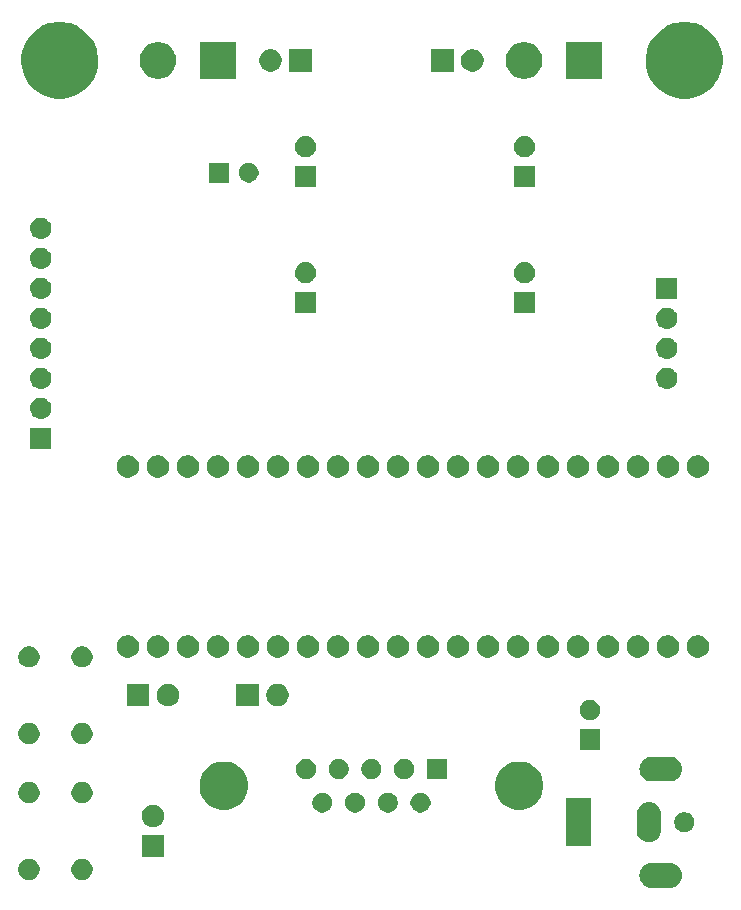
<source format=gbs>
G04 #@! TF.GenerationSoftware,KiCad,Pcbnew,5.0.2-bee76a0~70~ubuntu18.04.1*
G04 #@! TF.CreationDate,2019-01-09T05:41:56+01:00*
G04 #@! TF.ProjectId,IGM400,49474d34-3030-42e6-9b69-6361645f7063,rev?*
G04 #@! TF.SameCoordinates,Original*
G04 #@! TF.FileFunction,Soldermask,Bot*
G04 #@! TF.FilePolarity,Negative*
%FSLAX46Y46*%
G04 Gerber Fmt 4.6, Leading zero omitted, Abs format (unit mm)*
G04 Created by KiCad (PCBNEW 5.0.2-bee76a0~70~ubuntu18.04.1) date Mi 09 Jan 2019 05:41:56 CET*
%MOMM*%
%LPD*%
G01*
G04 APERTURE LIST*
%ADD10C,0.100000*%
G04 APERTURE END LIST*
D10*
G36*
X105332510Y-126952041D02*
X105456032Y-126964207D01*
X105654146Y-127024305D01*
X105836729Y-127121897D01*
X105996765Y-127253235D01*
X106128103Y-127413271D01*
X106225695Y-127595854D01*
X106285793Y-127793968D01*
X106306085Y-128000000D01*
X106285793Y-128206032D01*
X106225695Y-128404146D01*
X106128103Y-128586729D01*
X105996765Y-128746765D01*
X105836729Y-128878103D01*
X105654146Y-128975695D01*
X105456032Y-129035793D01*
X105332510Y-129047959D01*
X105301631Y-129051000D01*
X103698369Y-129051000D01*
X103667490Y-129047959D01*
X103543968Y-129035793D01*
X103345854Y-128975695D01*
X103163271Y-128878103D01*
X103003235Y-128746765D01*
X102871897Y-128586729D01*
X102774305Y-128404146D01*
X102714207Y-128206032D01*
X102693915Y-128000000D01*
X102714207Y-127793968D01*
X102774305Y-127595854D01*
X102871897Y-127413271D01*
X103003235Y-127253235D01*
X103163271Y-127121897D01*
X103345854Y-127024305D01*
X103543968Y-126964207D01*
X103667490Y-126952041D01*
X103698369Y-126949000D01*
X105301631Y-126949000D01*
X105332510Y-126952041D01*
X105332510Y-126952041D01*
G37*
G36*
X55762812Y-126633624D02*
X55926784Y-126701544D01*
X56074354Y-126800147D01*
X56199853Y-126925646D01*
X56298456Y-127073216D01*
X56366376Y-127237188D01*
X56401000Y-127411259D01*
X56401000Y-127588741D01*
X56366376Y-127762812D01*
X56298456Y-127926784D01*
X56199853Y-128074354D01*
X56074354Y-128199853D01*
X55926784Y-128298456D01*
X55762812Y-128366376D01*
X55588741Y-128401000D01*
X55411259Y-128401000D01*
X55237188Y-128366376D01*
X55073216Y-128298456D01*
X54925646Y-128199853D01*
X54800147Y-128074354D01*
X54701544Y-127926784D01*
X54633624Y-127762812D01*
X54599000Y-127588741D01*
X54599000Y-127411259D01*
X54633624Y-127237188D01*
X54701544Y-127073216D01*
X54800147Y-126925646D01*
X54925646Y-126800147D01*
X55073216Y-126701544D01*
X55237188Y-126633624D01*
X55411259Y-126599000D01*
X55588741Y-126599000D01*
X55762812Y-126633624D01*
X55762812Y-126633624D01*
G37*
G36*
X51262812Y-126633624D02*
X51426784Y-126701544D01*
X51574354Y-126800147D01*
X51699853Y-126925646D01*
X51798456Y-127073216D01*
X51866376Y-127237188D01*
X51901000Y-127411259D01*
X51901000Y-127588741D01*
X51866376Y-127762812D01*
X51798456Y-127926784D01*
X51699853Y-128074354D01*
X51574354Y-128199853D01*
X51426784Y-128298456D01*
X51262812Y-128366376D01*
X51088741Y-128401000D01*
X50911259Y-128401000D01*
X50737188Y-128366376D01*
X50573216Y-128298456D01*
X50425646Y-128199853D01*
X50300147Y-128074354D01*
X50201544Y-127926784D01*
X50133624Y-127762812D01*
X50099000Y-127588741D01*
X50099000Y-127411259D01*
X50133624Y-127237188D01*
X50201544Y-127073216D01*
X50300147Y-126925646D01*
X50425646Y-126800147D01*
X50573216Y-126701544D01*
X50737188Y-126633624D01*
X50911259Y-126599000D01*
X51088741Y-126599000D01*
X51262812Y-126633624D01*
X51262812Y-126633624D01*
G37*
G36*
X62451000Y-126451000D02*
X60549000Y-126451000D01*
X60549000Y-124549000D01*
X62451000Y-124549000D01*
X62451000Y-126451000D01*
X62451000Y-126451000D01*
G37*
G36*
X98551000Y-125551000D02*
X96449000Y-125551000D01*
X96449000Y-121449000D01*
X98551000Y-121449000D01*
X98551000Y-125551000D01*
X98551000Y-125551000D01*
G37*
G36*
X103706031Y-121814207D02*
X103904145Y-121874305D01*
X104086729Y-121971897D01*
X104246765Y-122103235D01*
X104246766Y-122103237D01*
X104246768Y-122103238D01*
X104325568Y-122199257D01*
X104378103Y-122263271D01*
X104475695Y-122445854D01*
X104535793Y-122643968D01*
X104551000Y-122798370D01*
X104551000Y-124201630D01*
X104535793Y-124356032D01*
X104475695Y-124554146D01*
X104378103Y-124736729D01*
X104246765Y-124896765D01*
X104086729Y-125028103D01*
X103904146Y-125125695D01*
X103706032Y-125185793D01*
X103500000Y-125206085D01*
X103293969Y-125185793D01*
X103095855Y-125125695D01*
X102913272Y-125028103D01*
X102753236Y-124896765D01*
X102621899Y-124736731D01*
X102524306Y-124554148D01*
X102464207Y-124356028D01*
X102449000Y-124201631D01*
X102449000Y-122798370D01*
X102454172Y-122745854D01*
X102464207Y-122643969D01*
X102524305Y-122445855D01*
X102621897Y-122263271D01*
X102753235Y-122103235D01*
X102753237Y-122103234D01*
X102753238Y-122103232D01*
X102849257Y-122024432D01*
X102913271Y-121971897D01*
X103095854Y-121874305D01*
X103293968Y-121814207D01*
X103500000Y-121793915D01*
X103706031Y-121814207D01*
X103706031Y-121814207D01*
G37*
G36*
X106748228Y-122681703D02*
X106903100Y-122745853D01*
X107042481Y-122838985D01*
X107161015Y-122957519D01*
X107254147Y-123096900D01*
X107318297Y-123251772D01*
X107351000Y-123416184D01*
X107351000Y-123583816D01*
X107318297Y-123748228D01*
X107254147Y-123903100D01*
X107161015Y-124042481D01*
X107042481Y-124161015D01*
X106903100Y-124254147D01*
X106748228Y-124318297D01*
X106583816Y-124351000D01*
X106416184Y-124351000D01*
X106251772Y-124318297D01*
X106096900Y-124254147D01*
X105957519Y-124161015D01*
X105838985Y-124042481D01*
X105745853Y-123903100D01*
X105681703Y-123748228D01*
X105649000Y-123583816D01*
X105649000Y-123416184D01*
X105681703Y-123251772D01*
X105745853Y-123096900D01*
X105838985Y-122957519D01*
X105957519Y-122838985D01*
X106096900Y-122745853D01*
X106251772Y-122681703D01*
X106416184Y-122649000D01*
X106583816Y-122649000D01*
X106748228Y-122681703D01*
X106748228Y-122681703D01*
G37*
G36*
X61777396Y-122045546D02*
X61950466Y-122117234D01*
X62106230Y-122221312D01*
X62238688Y-122353770D01*
X62342766Y-122509534D01*
X62414454Y-122682604D01*
X62451000Y-122866333D01*
X62451000Y-123053667D01*
X62414454Y-123237396D01*
X62342766Y-123410466D01*
X62238688Y-123566230D01*
X62106230Y-123698688D01*
X61950466Y-123802766D01*
X61777396Y-123874454D01*
X61593667Y-123911000D01*
X61406333Y-123911000D01*
X61222604Y-123874454D01*
X61049534Y-123802766D01*
X60893770Y-123698688D01*
X60761312Y-123566230D01*
X60657234Y-123410466D01*
X60585546Y-123237396D01*
X60549000Y-123053667D01*
X60549000Y-122866333D01*
X60585546Y-122682604D01*
X60657234Y-122509534D01*
X60761312Y-122353770D01*
X60893770Y-122221312D01*
X61049534Y-122117234D01*
X61222604Y-122045546D01*
X61406333Y-122009000D01*
X61593667Y-122009000D01*
X61777396Y-122045546D01*
X61777396Y-122045546D01*
G37*
G36*
X84403228Y-121021703D02*
X84558100Y-121085853D01*
X84697481Y-121178985D01*
X84816015Y-121297519D01*
X84909147Y-121436900D01*
X84973297Y-121591772D01*
X85006000Y-121756184D01*
X85006000Y-121923816D01*
X84973297Y-122088228D01*
X84909147Y-122243100D01*
X84816015Y-122382481D01*
X84697481Y-122501015D01*
X84558100Y-122594147D01*
X84403228Y-122658297D01*
X84238816Y-122691000D01*
X84071184Y-122691000D01*
X83906772Y-122658297D01*
X83751900Y-122594147D01*
X83612519Y-122501015D01*
X83493985Y-122382481D01*
X83400853Y-122243100D01*
X83336703Y-122088228D01*
X83304000Y-121923816D01*
X83304000Y-121756184D01*
X83336703Y-121591772D01*
X83400853Y-121436900D01*
X83493985Y-121297519D01*
X83612519Y-121178985D01*
X83751900Y-121085853D01*
X83906772Y-121021703D01*
X84071184Y-120989000D01*
X84238816Y-120989000D01*
X84403228Y-121021703D01*
X84403228Y-121021703D01*
G37*
G36*
X81633228Y-121021703D02*
X81788100Y-121085853D01*
X81927481Y-121178985D01*
X82046015Y-121297519D01*
X82139147Y-121436900D01*
X82203297Y-121591772D01*
X82236000Y-121756184D01*
X82236000Y-121923816D01*
X82203297Y-122088228D01*
X82139147Y-122243100D01*
X82046015Y-122382481D01*
X81927481Y-122501015D01*
X81788100Y-122594147D01*
X81633228Y-122658297D01*
X81468816Y-122691000D01*
X81301184Y-122691000D01*
X81136772Y-122658297D01*
X80981900Y-122594147D01*
X80842519Y-122501015D01*
X80723985Y-122382481D01*
X80630853Y-122243100D01*
X80566703Y-122088228D01*
X80534000Y-121923816D01*
X80534000Y-121756184D01*
X80566703Y-121591772D01*
X80630853Y-121436900D01*
X80723985Y-121297519D01*
X80842519Y-121178985D01*
X80981900Y-121085853D01*
X81136772Y-121021703D01*
X81301184Y-120989000D01*
X81468816Y-120989000D01*
X81633228Y-121021703D01*
X81633228Y-121021703D01*
G37*
G36*
X78863228Y-121021703D02*
X79018100Y-121085853D01*
X79157481Y-121178985D01*
X79276015Y-121297519D01*
X79369147Y-121436900D01*
X79433297Y-121591772D01*
X79466000Y-121756184D01*
X79466000Y-121923816D01*
X79433297Y-122088228D01*
X79369147Y-122243100D01*
X79276015Y-122382481D01*
X79157481Y-122501015D01*
X79018100Y-122594147D01*
X78863228Y-122658297D01*
X78698816Y-122691000D01*
X78531184Y-122691000D01*
X78366772Y-122658297D01*
X78211900Y-122594147D01*
X78072519Y-122501015D01*
X77953985Y-122382481D01*
X77860853Y-122243100D01*
X77796703Y-122088228D01*
X77764000Y-121923816D01*
X77764000Y-121756184D01*
X77796703Y-121591772D01*
X77860853Y-121436900D01*
X77953985Y-121297519D01*
X78072519Y-121178985D01*
X78211900Y-121085853D01*
X78366772Y-121021703D01*
X78531184Y-120989000D01*
X78698816Y-120989000D01*
X78863228Y-121021703D01*
X78863228Y-121021703D01*
G37*
G36*
X76093228Y-121021703D02*
X76248100Y-121085853D01*
X76387481Y-121178985D01*
X76506015Y-121297519D01*
X76599147Y-121436900D01*
X76663297Y-121591772D01*
X76696000Y-121756184D01*
X76696000Y-121923816D01*
X76663297Y-122088228D01*
X76599147Y-122243100D01*
X76506015Y-122382481D01*
X76387481Y-122501015D01*
X76248100Y-122594147D01*
X76093228Y-122658297D01*
X75928816Y-122691000D01*
X75761184Y-122691000D01*
X75596772Y-122658297D01*
X75441900Y-122594147D01*
X75302519Y-122501015D01*
X75183985Y-122382481D01*
X75090853Y-122243100D01*
X75026703Y-122088228D01*
X74994000Y-121923816D01*
X74994000Y-121756184D01*
X75026703Y-121591772D01*
X75090853Y-121436900D01*
X75183985Y-121297519D01*
X75302519Y-121178985D01*
X75441900Y-121085853D01*
X75596772Y-121021703D01*
X75761184Y-120989000D01*
X75928816Y-120989000D01*
X76093228Y-121021703D01*
X76093228Y-121021703D01*
G37*
G36*
X93098252Y-118447818D02*
X93098254Y-118447819D01*
X93098255Y-118447819D01*
X93471513Y-118602427D01*
X93471514Y-118602428D01*
X93807439Y-118826886D01*
X94093114Y-119112561D01*
X94093116Y-119112564D01*
X94317573Y-119448487D01*
X94444181Y-119754147D01*
X94472182Y-119821748D01*
X94551000Y-120217993D01*
X94551000Y-120622007D01*
X94478001Y-120989000D01*
X94472181Y-121018255D01*
X94317573Y-121391513D01*
X94287246Y-121436900D01*
X94093114Y-121727439D01*
X93807439Y-122013114D01*
X93807436Y-122013116D01*
X93471513Y-122237573D01*
X93098255Y-122392181D01*
X93098254Y-122392181D01*
X93098252Y-122392182D01*
X92702007Y-122471000D01*
X92297993Y-122471000D01*
X91901748Y-122392182D01*
X91901746Y-122392181D01*
X91901745Y-122392181D01*
X91528487Y-122237573D01*
X91192564Y-122013116D01*
X91192561Y-122013114D01*
X90906886Y-121727439D01*
X90712754Y-121436900D01*
X90682427Y-121391513D01*
X90527819Y-121018255D01*
X90522000Y-120989000D01*
X90449000Y-120622007D01*
X90449000Y-120217993D01*
X90527818Y-119821748D01*
X90555819Y-119754147D01*
X90682427Y-119448487D01*
X90906884Y-119112564D01*
X90906886Y-119112561D01*
X91192561Y-118826886D01*
X91528486Y-118602428D01*
X91528487Y-118602427D01*
X91901745Y-118447819D01*
X91901746Y-118447819D01*
X91901748Y-118447818D01*
X92297993Y-118369000D01*
X92702007Y-118369000D01*
X93098252Y-118447818D01*
X93098252Y-118447818D01*
G37*
G36*
X68098252Y-118447818D02*
X68098254Y-118447819D01*
X68098255Y-118447819D01*
X68471513Y-118602427D01*
X68471514Y-118602428D01*
X68807439Y-118826886D01*
X69093114Y-119112561D01*
X69093116Y-119112564D01*
X69317573Y-119448487D01*
X69444181Y-119754147D01*
X69472182Y-119821748D01*
X69551000Y-120217993D01*
X69551000Y-120622007D01*
X69478001Y-120989000D01*
X69472181Y-121018255D01*
X69317573Y-121391513D01*
X69287246Y-121436900D01*
X69093114Y-121727439D01*
X68807439Y-122013114D01*
X68807436Y-122013116D01*
X68471513Y-122237573D01*
X68098255Y-122392181D01*
X68098254Y-122392181D01*
X68098252Y-122392182D01*
X67702007Y-122471000D01*
X67297993Y-122471000D01*
X66901748Y-122392182D01*
X66901746Y-122392181D01*
X66901745Y-122392181D01*
X66528487Y-122237573D01*
X66192564Y-122013116D01*
X66192561Y-122013114D01*
X65906886Y-121727439D01*
X65712754Y-121436900D01*
X65682427Y-121391513D01*
X65527819Y-121018255D01*
X65522000Y-120989000D01*
X65449000Y-120622007D01*
X65449000Y-120217993D01*
X65527818Y-119821748D01*
X65555819Y-119754147D01*
X65682427Y-119448487D01*
X65906884Y-119112564D01*
X65906886Y-119112561D01*
X66192561Y-118826886D01*
X66528486Y-118602428D01*
X66528487Y-118602427D01*
X66901745Y-118447819D01*
X66901746Y-118447819D01*
X66901748Y-118447818D01*
X67297993Y-118369000D01*
X67702007Y-118369000D01*
X68098252Y-118447818D01*
X68098252Y-118447818D01*
G37*
G36*
X55762812Y-120133624D02*
X55926784Y-120201544D01*
X56074354Y-120300147D01*
X56199853Y-120425646D01*
X56298456Y-120573216D01*
X56366376Y-120737188D01*
X56401000Y-120911259D01*
X56401000Y-121088741D01*
X56366376Y-121262812D01*
X56298456Y-121426784D01*
X56199853Y-121574354D01*
X56074354Y-121699853D01*
X55926784Y-121798456D01*
X55762812Y-121866376D01*
X55588741Y-121901000D01*
X55411259Y-121901000D01*
X55237188Y-121866376D01*
X55073216Y-121798456D01*
X54925646Y-121699853D01*
X54800147Y-121574354D01*
X54701544Y-121426784D01*
X54633624Y-121262812D01*
X54599000Y-121088741D01*
X54599000Y-120911259D01*
X54633624Y-120737188D01*
X54701544Y-120573216D01*
X54800147Y-120425646D01*
X54925646Y-120300147D01*
X55073216Y-120201544D01*
X55237188Y-120133624D01*
X55411259Y-120099000D01*
X55588741Y-120099000D01*
X55762812Y-120133624D01*
X55762812Y-120133624D01*
G37*
G36*
X51262812Y-120133624D02*
X51426784Y-120201544D01*
X51574354Y-120300147D01*
X51699853Y-120425646D01*
X51798456Y-120573216D01*
X51866376Y-120737188D01*
X51901000Y-120911259D01*
X51901000Y-121088741D01*
X51866376Y-121262812D01*
X51798456Y-121426784D01*
X51699853Y-121574354D01*
X51574354Y-121699853D01*
X51426784Y-121798456D01*
X51262812Y-121866376D01*
X51088741Y-121901000D01*
X50911259Y-121901000D01*
X50737188Y-121866376D01*
X50573216Y-121798456D01*
X50425646Y-121699853D01*
X50300147Y-121574354D01*
X50201544Y-121426784D01*
X50133624Y-121262812D01*
X50099000Y-121088741D01*
X50099000Y-120911259D01*
X50133624Y-120737188D01*
X50201544Y-120573216D01*
X50300147Y-120425646D01*
X50425646Y-120300147D01*
X50573216Y-120201544D01*
X50737188Y-120133624D01*
X50911259Y-120099000D01*
X51088741Y-120099000D01*
X51262812Y-120133624D01*
X51262812Y-120133624D01*
G37*
G36*
X105332510Y-117952041D02*
X105456032Y-117964207D01*
X105654146Y-118024305D01*
X105836729Y-118121897D01*
X105996765Y-118253235D01*
X106128103Y-118413271D01*
X106225695Y-118595854D01*
X106285793Y-118793968D01*
X106306085Y-119000000D01*
X106285793Y-119206032D01*
X106225695Y-119404146D01*
X106128103Y-119586729D01*
X105996765Y-119746765D01*
X105836729Y-119878103D01*
X105654146Y-119975695D01*
X105456032Y-120035793D01*
X105332510Y-120047959D01*
X105301631Y-120051000D01*
X103698369Y-120051000D01*
X103667490Y-120047959D01*
X103543968Y-120035793D01*
X103345854Y-119975695D01*
X103163271Y-119878103D01*
X103003235Y-119746765D01*
X102871897Y-119586729D01*
X102774305Y-119404146D01*
X102714207Y-119206032D01*
X102693915Y-119000000D01*
X102714207Y-118793968D01*
X102774305Y-118595854D01*
X102871897Y-118413271D01*
X103003235Y-118253235D01*
X103163271Y-118121897D01*
X103345854Y-118024305D01*
X103543968Y-117964207D01*
X103667490Y-117952041D01*
X103698369Y-117949000D01*
X105301631Y-117949000D01*
X105332510Y-117952041D01*
X105332510Y-117952041D01*
G37*
G36*
X86391000Y-119851000D02*
X84689000Y-119851000D01*
X84689000Y-118149000D01*
X86391000Y-118149000D01*
X86391000Y-119851000D01*
X86391000Y-119851000D01*
G37*
G36*
X83018228Y-118181703D02*
X83173100Y-118245853D01*
X83312481Y-118338985D01*
X83431015Y-118457519D01*
X83524147Y-118596900D01*
X83588297Y-118751772D01*
X83621000Y-118916184D01*
X83621000Y-119083816D01*
X83588297Y-119248228D01*
X83524147Y-119403100D01*
X83431015Y-119542481D01*
X83312481Y-119661015D01*
X83173100Y-119754147D01*
X83018228Y-119818297D01*
X82853816Y-119851000D01*
X82686184Y-119851000D01*
X82521772Y-119818297D01*
X82366900Y-119754147D01*
X82227519Y-119661015D01*
X82108985Y-119542481D01*
X82015853Y-119403100D01*
X81951703Y-119248228D01*
X81919000Y-119083816D01*
X81919000Y-118916184D01*
X81951703Y-118751772D01*
X82015853Y-118596900D01*
X82108985Y-118457519D01*
X82227519Y-118338985D01*
X82366900Y-118245853D01*
X82521772Y-118181703D01*
X82686184Y-118149000D01*
X82853816Y-118149000D01*
X83018228Y-118181703D01*
X83018228Y-118181703D01*
G37*
G36*
X80248228Y-118181703D02*
X80403100Y-118245853D01*
X80542481Y-118338985D01*
X80661015Y-118457519D01*
X80754147Y-118596900D01*
X80818297Y-118751772D01*
X80851000Y-118916184D01*
X80851000Y-119083816D01*
X80818297Y-119248228D01*
X80754147Y-119403100D01*
X80661015Y-119542481D01*
X80542481Y-119661015D01*
X80403100Y-119754147D01*
X80248228Y-119818297D01*
X80083816Y-119851000D01*
X79916184Y-119851000D01*
X79751772Y-119818297D01*
X79596900Y-119754147D01*
X79457519Y-119661015D01*
X79338985Y-119542481D01*
X79245853Y-119403100D01*
X79181703Y-119248228D01*
X79149000Y-119083816D01*
X79149000Y-118916184D01*
X79181703Y-118751772D01*
X79245853Y-118596900D01*
X79338985Y-118457519D01*
X79457519Y-118338985D01*
X79596900Y-118245853D01*
X79751772Y-118181703D01*
X79916184Y-118149000D01*
X80083816Y-118149000D01*
X80248228Y-118181703D01*
X80248228Y-118181703D01*
G37*
G36*
X77478228Y-118181703D02*
X77633100Y-118245853D01*
X77772481Y-118338985D01*
X77891015Y-118457519D01*
X77984147Y-118596900D01*
X78048297Y-118751772D01*
X78081000Y-118916184D01*
X78081000Y-119083816D01*
X78048297Y-119248228D01*
X77984147Y-119403100D01*
X77891015Y-119542481D01*
X77772481Y-119661015D01*
X77633100Y-119754147D01*
X77478228Y-119818297D01*
X77313816Y-119851000D01*
X77146184Y-119851000D01*
X76981772Y-119818297D01*
X76826900Y-119754147D01*
X76687519Y-119661015D01*
X76568985Y-119542481D01*
X76475853Y-119403100D01*
X76411703Y-119248228D01*
X76379000Y-119083816D01*
X76379000Y-118916184D01*
X76411703Y-118751772D01*
X76475853Y-118596900D01*
X76568985Y-118457519D01*
X76687519Y-118338985D01*
X76826900Y-118245853D01*
X76981772Y-118181703D01*
X77146184Y-118149000D01*
X77313816Y-118149000D01*
X77478228Y-118181703D01*
X77478228Y-118181703D01*
G37*
G36*
X74708228Y-118181703D02*
X74863100Y-118245853D01*
X75002481Y-118338985D01*
X75121015Y-118457519D01*
X75214147Y-118596900D01*
X75278297Y-118751772D01*
X75311000Y-118916184D01*
X75311000Y-119083816D01*
X75278297Y-119248228D01*
X75214147Y-119403100D01*
X75121015Y-119542481D01*
X75002481Y-119661015D01*
X74863100Y-119754147D01*
X74708228Y-119818297D01*
X74543816Y-119851000D01*
X74376184Y-119851000D01*
X74211772Y-119818297D01*
X74056900Y-119754147D01*
X73917519Y-119661015D01*
X73798985Y-119542481D01*
X73705853Y-119403100D01*
X73641703Y-119248228D01*
X73609000Y-119083816D01*
X73609000Y-118916184D01*
X73641703Y-118751772D01*
X73705853Y-118596900D01*
X73798985Y-118457519D01*
X73917519Y-118338985D01*
X74056900Y-118245853D01*
X74211772Y-118181703D01*
X74376184Y-118149000D01*
X74543816Y-118149000D01*
X74708228Y-118181703D01*
X74708228Y-118181703D01*
G37*
G36*
X99351000Y-117351000D02*
X97649000Y-117351000D01*
X97649000Y-115649000D01*
X99351000Y-115649000D01*
X99351000Y-117351000D01*
X99351000Y-117351000D01*
G37*
G36*
X55762812Y-115133624D02*
X55926784Y-115201544D01*
X56074354Y-115300147D01*
X56199853Y-115425646D01*
X56298456Y-115573216D01*
X56366376Y-115737188D01*
X56401000Y-115911259D01*
X56401000Y-116088741D01*
X56366376Y-116262812D01*
X56298456Y-116426784D01*
X56199853Y-116574354D01*
X56074354Y-116699853D01*
X55926784Y-116798456D01*
X55762812Y-116866376D01*
X55588741Y-116901000D01*
X55411259Y-116901000D01*
X55237188Y-116866376D01*
X55073216Y-116798456D01*
X54925646Y-116699853D01*
X54800147Y-116574354D01*
X54701544Y-116426784D01*
X54633624Y-116262812D01*
X54599000Y-116088741D01*
X54599000Y-115911259D01*
X54633624Y-115737188D01*
X54701544Y-115573216D01*
X54800147Y-115425646D01*
X54925646Y-115300147D01*
X55073216Y-115201544D01*
X55237188Y-115133624D01*
X55411259Y-115099000D01*
X55588741Y-115099000D01*
X55762812Y-115133624D01*
X55762812Y-115133624D01*
G37*
G36*
X51262812Y-115133624D02*
X51426784Y-115201544D01*
X51574354Y-115300147D01*
X51699853Y-115425646D01*
X51798456Y-115573216D01*
X51866376Y-115737188D01*
X51901000Y-115911259D01*
X51901000Y-116088741D01*
X51866376Y-116262812D01*
X51798456Y-116426784D01*
X51699853Y-116574354D01*
X51574354Y-116699853D01*
X51426784Y-116798456D01*
X51262812Y-116866376D01*
X51088741Y-116901000D01*
X50911259Y-116901000D01*
X50737188Y-116866376D01*
X50573216Y-116798456D01*
X50425646Y-116699853D01*
X50300147Y-116574354D01*
X50201544Y-116426784D01*
X50133624Y-116262812D01*
X50099000Y-116088741D01*
X50099000Y-115911259D01*
X50133624Y-115737188D01*
X50201544Y-115573216D01*
X50300147Y-115425646D01*
X50425646Y-115300147D01*
X50573216Y-115201544D01*
X50737188Y-115133624D01*
X50911259Y-115099000D01*
X51088741Y-115099000D01*
X51262812Y-115133624D01*
X51262812Y-115133624D01*
G37*
G36*
X98748228Y-113181703D02*
X98903100Y-113245853D01*
X99042481Y-113338985D01*
X99161015Y-113457519D01*
X99254147Y-113596900D01*
X99318297Y-113751772D01*
X99351000Y-113916184D01*
X99351000Y-114083816D01*
X99318297Y-114248228D01*
X99254147Y-114403100D01*
X99161015Y-114542481D01*
X99042481Y-114661015D01*
X98903100Y-114754147D01*
X98748228Y-114818297D01*
X98583816Y-114851000D01*
X98416184Y-114851000D01*
X98251772Y-114818297D01*
X98096900Y-114754147D01*
X97957519Y-114661015D01*
X97838985Y-114542481D01*
X97745853Y-114403100D01*
X97681703Y-114248228D01*
X97649000Y-114083816D01*
X97649000Y-113916184D01*
X97681703Y-113751772D01*
X97745853Y-113596900D01*
X97838985Y-113457519D01*
X97957519Y-113338985D01*
X98096900Y-113245853D01*
X98251772Y-113181703D01*
X98416184Y-113149000D01*
X98583816Y-113149000D01*
X98748228Y-113181703D01*
X98748228Y-113181703D01*
G37*
G36*
X63067396Y-111835546D02*
X63240466Y-111907234D01*
X63396230Y-112011312D01*
X63528688Y-112143770D01*
X63632766Y-112299534D01*
X63704454Y-112472604D01*
X63741000Y-112656333D01*
X63741000Y-112843667D01*
X63704454Y-113027396D01*
X63632766Y-113200466D01*
X63528688Y-113356230D01*
X63396230Y-113488688D01*
X63240466Y-113592766D01*
X63067396Y-113664454D01*
X62883667Y-113701000D01*
X62696333Y-113701000D01*
X62512604Y-113664454D01*
X62339534Y-113592766D01*
X62183770Y-113488688D01*
X62051312Y-113356230D01*
X61947234Y-113200466D01*
X61875546Y-113027396D01*
X61839000Y-112843667D01*
X61839000Y-112656333D01*
X61875546Y-112472604D01*
X61947234Y-112299534D01*
X62051312Y-112143770D01*
X62183770Y-112011312D01*
X62339534Y-111907234D01*
X62512604Y-111835546D01*
X62696333Y-111799000D01*
X62883667Y-111799000D01*
X63067396Y-111835546D01*
X63067396Y-111835546D01*
G37*
G36*
X61201000Y-113701000D02*
X59299000Y-113701000D01*
X59299000Y-111799000D01*
X61201000Y-111799000D01*
X61201000Y-113701000D01*
X61201000Y-113701000D01*
G37*
G36*
X70451000Y-113701000D02*
X68549000Y-113701000D01*
X68549000Y-111799000D01*
X70451000Y-111799000D01*
X70451000Y-113701000D01*
X70451000Y-113701000D01*
G37*
G36*
X72317396Y-111835546D02*
X72490466Y-111907234D01*
X72646230Y-112011312D01*
X72778688Y-112143770D01*
X72882766Y-112299534D01*
X72954454Y-112472604D01*
X72991000Y-112656333D01*
X72991000Y-112843667D01*
X72954454Y-113027396D01*
X72882766Y-113200466D01*
X72778688Y-113356230D01*
X72646230Y-113488688D01*
X72490466Y-113592766D01*
X72317396Y-113664454D01*
X72133667Y-113701000D01*
X71946333Y-113701000D01*
X71762604Y-113664454D01*
X71589534Y-113592766D01*
X71433770Y-113488688D01*
X71301312Y-113356230D01*
X71197234Y-113200466D01*
X71125546Y-113027396D01*
X71089000Y-112843667D01*
X71089000Y-112656333D01*
X71125546Y-112472604D01*
X71197234Y-112299534D01*
X71301312Y-112143770D01*
X71433770Y-112011312D01*
X71589534Y-111907234D01*
X71762604Y-111835546D01*
X71946333Y-111799000D01*
X72133667Y-111799000D01*
X72317396Y-111835546D01*
X72317396Y-111835546D01*
G37*
G36*
X55762812Y-108633624D02*
X55926784Y-108701544D01*
X56074354Y-108800147D01*
X56199853Y-108925646D01*
X56298456Y-109073216D01*
X56366376Y-109237188D01*
X56401000Y-109411259D01*
X56401000Y-109588741D01*
X56366376Y-109762812D01*
X56298456Y-109926784D01*
X56199853Y-110074354D01*
X56074354Y-110199853D01*
X55926784Y-110298456D01*
X55762812Y-110366376D01*
X55588741Y-110401000D01*
X55411259Y-110401000D01*
X55237188Y-110366376D01*
X55073216Y-110298456D01*
X54925646Y-110199853D01*
X54800147Y-110074354D01*
X54701544Y-109926784D01*
X54633624Y-109762812D01*
X54599000Y-109588741D01*
X54599000Y-109411259D01*
X54633624Y-109237188D01*
X54701544Y-109073216D01*
X54800147Y-108925646D01*
X54925646Y-108800147D01*
X55073216Y-108701544D01*
X55237188Y-108633624D01*
X55411259Y-108599000D01*
X55588741Y-108599000D01*
X55762812Y-108633624D01*
X55762812Y-108633624D01*
G37*
G36*
X51262812Y-108633624D02*
X51426784Y-108701544D01*
X51574354Y-108800147D01*
X51699853Y-108925646D01*
X51798456Y-109073216D01*
X51866376Y-109237188D01*
X51901000Y-109411259D01*
X51901000Y-109588741D01*
X51866376Y-109762812D01*
X51798456Y-109926784D01*
X51699853Y-110074354D01*
X51574354Y-110199853D01*
X51426784Y-110298456D01*
X51262812Y-110366376D01*
X51088741Y-110401000D01*
X50911259Y-110401000D01*
X50737188Y-110366376D01*
X50573216Y-110298456D01*
X50425646Y-110199853D01*
X50300147Y-110074354D01*
X50201544Y-109926784D01*
X50133624Y-109762812D01*
X50099000Y-109588741D01*
X50099000Y-109411259D01*
X50133624Y-109237188D01*
X50201544Y-109073216D01*
X50300147Y-108925646D01*
X50425646Y-108800147D01*
X50573216Y-108701544D01*
X50737188Y-108633624D01*
X50911259Y-108599000D01*
X51088741Y-108599000D01*
X51262812Y-108633624D01*
X51262812Y-108633624D01*
G37*
G36*
X82507396Y-107705546D02*
X82680466Y-107777234D01*
X82836230Y-107881312D01*
X82968688Y-108013770D01*
X83072766Y-108169534D01*
X83144454Y-108342604D01*
X83181000Y-108526333D01*
X83181000Y-108713667D01*
X83144454Y-108897396D01*
X83072766Y-109070466D01*
X82968688Y-109226230D01*
X82836230Y-109358688D01*
X82680466Y-109462766D01*
X82507396Y-109534454D01*
X82323667Y-109571000D01*
X82136333Y-109571000D01*
X81952604Y-109534454D01*
X81779534Y-109462766D01*
X81623770Y-109358688D01*
X81491312Y-109226230D01*
X81387234Y-109070466D01*
X81315546Y-108897396D01*
X81279000Y-108713667D01*
X81279000Y-108526333D01*
X81315546Y-108342604D01*
X81387234Y-108169534D01*
X81491312Y-108013770D01*
X81623770Y-107881312D01*
X81779534Y-107777234D01*
X81952604Y-107705546D01*
X82136333Y-107669000D01*
X82323667Y-107669000D01*
X82507396Y-107705546D01*
X82507396Y-107705546D01*
G37*
G36*
X105367396Y-107705546D02*
X105540466Y-107777234D01*
X105696230Y-107881312D01*
X105828688Y-108013770D01*
X105932766Y-108169534D01*
X106004454Y-108342604D01*
X106041000Y-108526333D01*
X106041000Y-108713667D01*
X106004454Y-108897396D01*
X105932766Y-109070466D01*
X105828688Y-109226230D01*
X105696230Y-109358688D01*
X105540466Y-109462766D01*
X105367396Y-109534454D01*
X105183667Y-109571000D01*
X104996333Y-109571000D01*
X104812604Y-109534454D01*
X104639534Y-109462766D01*
X104483770Y-109358688D01*
X104351312Y-109226230D01*
X104247234Y-109070466D01*
X104175546Y-108897396D01*
X104139000Y-108713667D01*
X104139000Y-108526333D01*
X104175546Y-108342604D01*
X104247234Y-108169534D01*
X104351312Y-108013770D01*
X104483770Y-107881312D01*
X104639534Y-107777234D01*
X104812604Y-107705546D01*
X104996333Y-107669000D01*
X105183667Y-107669000D01*
X105367396Y-107705546D01*
X105367396Y-107705546D01*
G37*
G36*
X102827396Y-107705546D02*
X103000466Y-107777234D01*
X103156230Y-107881312D01*
X103288688Y-108013770D01*
X103392766Y-108169534D01*
X103464454Y-108342604D01*
X103501000Y-108526333D01*
X103501000Y-108713667D01*
X103464454Y-108897396D01*
X103392766Y-109070466D01*
X103288688Y-109226230D01*
X103156230Y-109358688D01*
X103000466Y-109462766D01*
X102827396Y-109534454D01*
X102643667Y-109571000D01*
X102456333Y-109571000D01*
X102272604Y-109534454D01*
X102099534Y-109462766D01*
X101943770Y-109358688D01*
X101811312Y-109226230D01*
X101707234Y-109070466D01*
X101635546Y-108897396D01*
X101599000Y-108713667D01*
X101599000Y-108526333D01*
X101635546Y-108342604D01*
X101707234Y-108169534D01*
X101811312Y-108013770D01*
X101943770Y-107881312D01*
X102099534Y-107777234D01*
X102272604Y-107705546D01*
X102456333Y-107669000D01*
X102643667Y-107669000D01*
X102827396Y-107705546D01*
X102827396Y-107705546D01*
G37*
G36*
X100287396Y-107705546D02*
X100460466Y-107777234D01*
X100616230Y-107881312D01*
X100748688Y-108013770D01*
X100852766Y-108169534D01*
X100924454Y-108342604D01*
X100961000Y-108526333D01*
X100961000Y-108713667D01*
X100924454Y-108897396D01*
X100852766Y-109070466D01*
X100748688Y-109226230D01*
X100616230Y-109358688D01*
X100460466Y-109462766D01*
X100287396Y-109534454D01*
X100103667Y-109571000D01*
X99916333Y-109571000D01*
X99732604Y-109534454D01*
X99559534Y-109462766D01*
X99403770Y-109358688D01*
X99271312Y-109226230D01*
X99167234Y-109070466D01*
X99095546Y-108897396D01*
X99059000Y-108713667D01*
X99059000Y-108526333D01*
X99095546Y-108342604D01*
X99167234Y-108169534D01*
X99271312Y-108013770D01*
X99403770Y-107881312D01*
X99559534Y-107777234D01*
X99732604Y-107705546D01*
X99916333Y-107669000D01*
X100103667Y-107669000D01*
X100287396Y-107705546D01*
X100287396Y-107705546D01*
G37*
G36*
X97747396Y-107705546D02*
X97920466Y-107777234D01*
X98076230Y-107881312D01*
X98208688Y-108013770D01*
X98312766Y-108169534D01*
X98384454Y-108342604D01*
X98421000Y-108526333D01*
X98421000Y-108713667D01*
X98384454Y-108897396D01*
X98312766Y-109070466D01*
X98208688Y-109226230D01*
X98076230Y-109358688D01*
X97920466Y-109462766D01*
X97747396Y-109534454D01*
X97563667Y-109571000D01*
X97376333Y-109571000D01*
X97192604Y-109534454D01*
X97019534Y-109462766D01*
X96863770Y-109358688D01*
X96731312Y-109226230D01*
X96627234Y-109070466D01*
X96555546Y-108897396D01*
X96519000Y-108713667D01*
X96519000Y-108526333D01*
X96555546Y-108342604D01*
X96627234Y-108169534D01*
X96731312Y-108013770D01*
X96863770Y-107881312D01*
X97019534Y-107777234D01*
X97192604Y-107705546D01*
X97376333Y-107669000D01*
X97563667Y-107669000D01*
X97747396Y-107705546D01*
X97747396Y-107705546D01*
G37*
G36*
X95207396Y-107705546D02*
X95380466Y-107777234D01*
X95536230Y-107881312D01*
X95668688Y-108013770D01*
X95772766Y-108169534D01*
X95844454Y-108342604D01*
X95881000Y-108526333D01*
X95881000Y-108713667D01*
X95844454Y-108897396D01*
X95772766Y-109070466D01*
X95668688Y-109226230D01*
X95536230Y-109358688D01*
X95380466Y-109462766D01*
X95207396Y-109534454D01*
X95023667Y-109571000D01*
X94836333Y-109571000D01*
X94652604Y-109534454D01*
X94479534Y-109462766D01*
X94323770Y-109358688D01*
X94191312Y-109226230D01*
X94087234Y-109070466D01*
X94015546Y-108897396D01*
X93979000Y-108713667D01*
X93979000Y-108526333D01*
X94015546Y-108342604D01*
X94087234Y-108169534D01*
X94191312Y-108013770D01*
X94323770Y-107881312D01*
X94479534Y-107777234D01*
X94652604Y-107705546D01*
X94836333Y-107669000D01*
X95023667Y-107669000D01*
X95207396Y-107705546D01*
X95207396Y-107705546D01*
G37*
G36*
X92667396Y-107705546D02*
X92840466Y-107777234D01*
X92996230Y-107881312D01*
X93128688Y-108013770D01*
X93232766Y-108169534D01*
X93304454Y-108342604D01*
X93341000Y-108526333D01*
X93341000Y-108713667D01*
X93304454Y-108897396D01*
X93232766Y-109070466D01*
X93128688Y-109226230D01*
X92996230Y-109358688D01*
X92840466Y-109462766D01*
X92667396Y-109534454D01*
X92483667Y-109571000D01*
X92296333Y-109571000D01*
X92112604Y-109534454D01*
X91939534Y-109462766D01*
X91783770Y-109358688D01*
X91651312Y-109226230D01*
X91547234Y-109070466D01*
X91475546Y-108897396D01*
X91439000Y-108713667D01*
X91439000Y-108526333D01*
X91475546Y-108342604D01*
X91547234Y-108169534D01*
X91651312Y-108013770D01*
X91783770Y-107881312D01*
X91939534Y-107777234D01*
X92112604Y-107705546D01*
X92296333Y-107669000D01*
X92483667Y-107669000D01*
X92667396Y-107705546D01*
X92667396Y-107705546D01*
G37*
G36*
X90127396Y-107705546D02*
X90300466Y-107777234D01*
X90456230Y-107881312D01*
X90588688Y-108013770D01*
X90692766Y-108169534D01*
X90764454Y-108342604D01*
X90801000Y-108526333D01*
X90801000Y-108713667D01*
X90764454Y-108897396D01*
X90692766Y-109070466D01*
X90588688Y-109226230D01*
X90456230Y-109358688D01*
X90300466Y-109462766D01*
X90127396Y-109534454D01*
X89943667Y-109571000D01*
X89756333Y-109571000D01*
X89572604Y-109534454D01*
X89399534Y-109462766D01*
X89243770Y-109358688D01*
X89111312Y-109226230D01*
X89007234Y-109070466D01*
X88935546Y-108897396D01*
X88899000Y-108713667D01*
X88899000Y-108526333D01*
X88935546Y-108342604D01*
X89007234Y-108169534D01*
X89111312Y-108013770D01*
X89243770Y-107881312D01*
X89399534Y-107777234D01*
X89572604Y-107705546D01*
X89756333Y-107669000D01*
X89943667Y-107669000D01*
X90127396Y-107705546D01*
X90127396Y-107705546D01*
G37*
G36*
X87587396Y-107705546D02*
X87760466Y-107777234D01*
X87916230Y-107881312D01*
X88048688Y-108013770D01*
X88152766Y-108169534D01*
X88224454Y-108342604D01*
X88261000Y-108526333D01*
X88261000Y-108713667D01*
X88224454Y-108897396D01*
X88152766Y-109070466D01*
X88048688Y-109226230D01*
X87916230Y-109358688D01*
X87760466Y-109462766D01*
X87587396Y-109534454D01*
X87403667Y-109571000D01*
X87216333Y-109571000D01*
X87032604Y-109534454D01*
X86859534Y-109462766D01*
X86703770Y-109358688D01*
X86571312Y-109226230D01*
X86467234Y-109070466D01*
X86395546Y-108897396D01*
X86359000Y-108713667D01*
X86359000Y-108526333D01*
X86395546Y-108342604D01*
X86467234Y-108169534D01*
X86571312Y-108013770D01*
X86703770Y-107881312D01*
X86859534Y-107777234D01*
X87032604Y-107705546D01*
X87216333Y-107669000D01*
X87403667Y-107669000D01*
X87587396Y-107705546D01*
X87587396Y-107705546D01*
G37*
G36*
X85047396Y-107705546D02*
X85220466Y-107777234D01*
X85376230Y-107881312D01*
X85508688Y-108013770D01*
X85612766Y-108169534D01*
X85684454Y-108342604D01*
X85721000Y-108526333D01*
X85721000Y-108713667D01*
X85684454Y-108897396D01*
X85612766Y-109070466D01*
X85508688Y-109226230D01*
X85376230Y-109358688D01*
X85220466Y-109462766D01*
X85047396Y-109534454D01*
X84863667Y-109571000D01*
X84676333Y-109571000D01*
X84492604Y-109534454D01*
X84319534Y-109462766D01*
X84163770Y-109358688D01*
X84031312Y-109226230D01*
X83927234Y-109070466D01*
X83855546Y-108897396D01*
X83819000Y-108713667D01*
X83819000Y-108526333D01*
X83855546Y-108342604D01*
X83927234Y-108169534D01*
X84031312Y-108013770D01*
X84163770Y-107881312D01*
X84319534Y-107777234D01*
X84492604Y-107705546D01*
X84676333Y-107669000D01*
X84863667Y-107669000D01*
X85047396Y-107705546D01*
X85047396Y-107705546D01*
G37*
G36*
X77427396Y-107705546D02*
X77600466Y-107777234D01*
X77756230Y-107881312D01*
X77888688Y-108013770D01*
X77992766Y-108169534D01*
X78064454Y-108342604D01*
X78101000Y-108526333D01*
X78101000Y-108713667D01*
X78064454Y-108897396D01*
X77992766Y-109070466D01*
X77888688Y-109226230D01*
X77756230Y-109358688D01*
X77600466Y-109462766D01*
X77427396Y-109534454D01*
X77243667Y-109571000D01*
X77056333Y-109571000D01*
X76872604Y-109534454D01*
X76699534Y-109462766D01*
X76543770Y-109358688D01*
X76411312Y-109226230D01*
X76307234Y-109070466D01*
X76235546Y-108897396D01*
X76199000Y-108713667D01*
X76199000Y-108526333D01*
X76235546Y-108342604D01*
X76307234Y-108169534D01*
X76411312Y-108013770D01*
X76543770Y-107881312D01*
X76699534Y-107777234D01*
X76872604Y-107705546D01*
X77056333Y-107669000D01*
X77243667Y-107669000D01*
X77427396Y-107705546D01*
X77427396Y-107705546D01*
G37*
G36*
X74887396Y-107705546D02*
X75060466Y-107777234D01*
X75216230Y-107881312D01*
X75348688Y-108013770D01*
X75452766Y-108169534D01*
X75524454Y-108342604D01*
X75561000Y-108526333D01*
X75561000Y-108713667D01*
X75524454Y-108897396D01*
X75452766Y-109070466D01*
X75348688Y-109226230D01*
X75216230Y-109358688D01*
X75060466Y-109462766D01*
X74887396Y-109534454D01*
X74703667Y-109571000D01*
X74516333Y-109571000D01*
X74332604Y-109534454D01*
X74159534Y-109462766D01*
X74003770Y-109358688D01*
X73871312Y-109226230D01*
X73767234Y-109070466D01*
X73695546Y-108897396D01*
X73659000Y-108713667D01*
X73659000Y-108526333D01*
X73695546Y-108342604D01*
X73767234Y-108169534D01*
X73871312Y-108013770D01*
X74003770Y-107881312D01*
X74159534Y-107777234D01*
X74332604Y-107705546D01*
X74516333Y-107669000D01*
X74703667Y-107669000D01*
X74887396Y-107705546D01*
X74887396Y-107705546D01*
G37*
G36*
X72347396Y-107705546D02*
X72520466Y-107777234D01*
X72676230Y-107881312D01*
X72808688Y-108013770D01*
X72912766Y-108169534D01*
X72984454Y-108342604D01*
X73021000Y-108526333D01*
X73021000Y-108713667D01*
X72984454Y-108897396D01*
X72912766Y-109070466D01*
X72808688Y-109226230D01*
X72676230Y-109358688D01*
X72520466Y-109462766D01*
X72347396Y-109534454D01*
X72163667Y-109571000D01*
X71976333Y-109571000D01*
X71792604Y-109534454D01*
X71619534Y-109462766D01*
X71463770Y-109358688D01*
X71331312Y-109226230D01*
X71227234Y-109070466D01*
X71155546Y-108897396D01*
X71119000Y-108713667D01*
X71119000Y-108526333D01*
X71155546Y-108342604D01*
X71227234Y-108169534D01*
X71331312Y-108013770D01*
X71463770Y-107881312D01*
X71619534Y-107777234D01*
X71792604Y-107705546D01*
X71976333Y-107669000D01*
X72163667Y-107669000D01*
X72347396Y-107705546D01*
X72347396Y-107705546D01*
G37*
G36*
X69807396Y-107705546D02*
X69980466Y-107777234D01*
X70136230Y-107881312D01*
X70268688Y-108013770D01*
X70372766Y-108169534D01*
X70444454Y-108342604D01*
X70481000Y-108526333D01*
X70481000Y-108713667D01*
X70444454Y-108897396D01*
X70372766Y-109070466D01*
X70268688Y-109226230D01*
X70136230Y-109358688D01*
X69980466Y-109462766D01*
X69807396Y-109534454D01*
X69623667Y-109571000D01*
X69436333Y-109571000D01*
X69252604Y-109534454D01*
X69079534Y-109462766D01*
X68923770Y-109358688D01*
X68791312Y-109226230D01*
X68687234Y-109070466D01*
X68615546Y-108897396D01*
X68579000Y-108713667D01*
X68579000Y-108526333D01*
X68615546Y-108342604D01*
X68687234Y-108169534D01*
X68791312Y-108013770D01*
X68923770Y-107881312D01*
X69079534Y-107777234D01*
X69252604Y-107705546D01*
X69436333Y-107669000D01*
X69623667Y-107669000D01*
X69807396Y-107705546D01*
X69807396Y-107705546D01*
G37*
G36*
X67267396Y-107705546D02*
X67440466Y-107777234D01*
X67596230Y-107881312D01*
X67728688Y-108013770D01*
X67832766Y-108169534D01*
X67904454Y-108342604D01*
X67941000Y-108526333D01*
X67941000Y-108713667D01*
X67904454Y-108897396D01*
X67832766Y-109070466D01*
X67728688Y-109226230D01*
X67596230Y-109358688D01*
X67440466Y-109462766D01*
X67267396Y-109534454D01*
X67083667Y-109571000D01*
X66896333Y-109571000D01*
X66712604Y-109534454D01*
X66539534Y-109462766D01*
X66383770Y-109358688D01*
X66251312Y-109226230D01*
X66147234Y-109070466D01*
X66075546Y-108897396D01*
X66039000Y-108713667D01*
X66039000Y-108526333D01*
X66075546Y-108342604D01*
X66147234Y-108169534D01*
X66251312Y-108013770D01*
X66383770Y-107881312D01*
X66539534Y-107777234D01*
X66712604Y-107705546D01*
X66896333Y-107669000D01*
X67083667Y-107669000D01*
X67267396Y-107705546D01*
X67267396Y-107705546D01*
G37*
G36*
X64727396Y-107705546D02*
X64900466Y-107777234D01*
X65056230Y-107881312D01*
X65188688Y-108013770D01*
X65292766Y-108169534D01*
X65364454Y-108342604D01*
X65401000Y-108526333D01*
X65401000Y-108713667D01*
X65364454Y-108897396D01*
X65292766Y-109070466D01*
X65188688Y-109226230D01*
X65056230Y-109358688D01*
X64900466Y-109462766D01*
X64727396Y-109534454D01*
X64543667Y-109571000D01*
X64356333Y-109571000D01*
X64172604Y-109534454D01*
X63999534Y-109462766D01*
X63843770Y-109358688D01*
X63711312Y-109226230D01*
X63607234Y-109070466D01*
X63535546Y-108897396D01*
X63499000Y-108713667D01*
X63499000Y-108526333D01*
X63535546Y-108342604D01*
X63607234Y-108169534D01*
X63711312Y-108013770D01*
X63843770Y-107881312D01*
X63999534Y-107777234D01*
X64172604Y-107705546D01*
X64356333Y-107669000D01*
X64543667Y-107669000D01*
X64727396Y-107705546D01*
X64727396Y-107705546D01*
G37*
G36*
X62187396Y-107705546D02*
X62360466Y-107777234D01*
X62516230Y-107881312D01*
X62648688Y-108013770D01*
X62752766Y-108169534D01*
X62824454Y-108342604D01*
X62861000Y-108526333D01*
X62861000Y-108713667D01*
X62824454Y-108897396D01*
X62752766Y-109070466D01*
X62648688Y-109226230D01*
X62516230Y-109358688D01*
X62360466Y-109462766D01*
X62187396Y-109534454D01*
X62003667Y-109571000D01*
X61816333Y-109571000D01*
X61632604Y-109534454D01*
X61459534Y-109462766D01*
X61303770Y-109358688D01*
X61171312Y-109226230D01*
X61067234Y-109070466D01*
X60995546Y-108897396D01*
X60959000Y-108713667D01*
X60959000Y-108526333D01*
X60995546Y-108342604D01*
X61067234Y-108169534D01*
X61171312Y-108013770D01*
X61303770Y-107881312D01*
X61459534Y-107777234D01*
X61632604Y-107705546D01*
X61816333Y-107669000D01*
X62003667Y-107669000D01*
X62187396Y-107705546D01*
X62187396Y-107705546D01*
G37*
G36*
X59647396Y-107705546D02*
X59820466Y-107777234D01*
X59976230Y-107881312D01*
X60108688Y-108013770D01*
X60212766Y-108169534D01*
X60284454Y-108342604D01*
X60321000Y-108526333D01*
X60321000Y-108713667D01*
X60284454Y-108897396D01*
X60212766Y-109070466D01*
X60108688Y-109226230D01*
X59976230Y-109358688D01*
X59820466Y-109462766D01*
X59647396Y-109534454D01*
X59463667Y-109571000D01*
X59276333Y-109571000D01*
X59092604Y-109534454D01*
X58919534Y-109462766D01*
X58763770Y-109358688D01*
X58631312Y-109226230D01*
X58527234Y-109070466D01*
X58455546Y-108897396D01*
X58419000Y-108713667D01*
X58419000Y-108526333D01*
X58455546Y-108342604D01*
X58527234Y-108169534D01*
X58631312Y-108013770D01*
X58763770Y-107881312D01*
X58919534Y-107777234D01*
X59092604Y-107705546D01*
X59276333Y-107669000D01*
X59463667Y-107669000D01*
X59647396Y-107705546D01*
X59647396Y-107705546D01*
G37*
G36*
X107907396Y-107705546D02*
X108080466Y-107777234D01*
X108236230Y-107881312D01*
X108368688Y-108013770D01*
X108472766Y-108169534D01*
X108544454Y-108342604D01*
X108581000Y-108526333D01*
X108581000Y-108713667D01*
X108544454Y-108897396D01*
X108472766Y-109070466D01*
X108368688Y-109226230D01*
X108236230Y-109358688D01*
X108080466Y-109462766D01*
X107907396Y-109534454D01*
X107723667Y-109571000D01*
X107536333Y-109571000D01*
X107352604Y-109534454D01*
X107179534Y-109462766D01*
X107023770Y-109358688D01*
X106891312Y-109226230D01*
X106787234Y-109070466D01*
X106715546Y-108897396D01*
X106679000Y-108713667D01*
X106679000Y-108526333D01*
X106715546Y-108342604D01*
X106787234Y-108169534D01*
X106891312Y-108013770D01*
X107023770Y-107881312D01*
X107179534Y-107777234D01*
X107352604Y-107705546D01*
X107536333Y-107669000D01*
X107723667Y-107669000D01*
X107907396Y-107705546D01*
X107907396Y-107705546D01*
G37*
G36*
X79967396Y-107705546D02*
X80140466Y-107777234D01*
X80296230Y-107881312D01*
X80428688Y-108013770D01*
X80532766Y-108169534D01*
X80604454Y-108342604D01*
X80641000Y-108526333D01*
X80641000Y-108713667D01*
X80604454Y-108897396D01*
X80532766Y-109070466D01*
X80428688Y-109226230D01*
X80296230Y-109358688D01*
X80140466Y-109462766D01*
X79967396Y-109534454D01*
X79783667Y-109571000D01*
X79596333Y-109571000D01*
X79412604Y-109534454D01*
X79239534Y-109462766D01*
X79083770Y-109358688D01*
X78951312Y-109226230D01*
X78847234Y-109070466D01*
X78775546Y-108897396D01*
X78739000Y-108713667D01*
X78739000Y-108526333D01*
X78775546Y-108342604D01*
X78847234Y-108169534D01*
X78951312Y-108013770D01*
X79083770Y-107881312D01*
X79239534Y-107777234D01*
X79412604Y-107705546D01*
X79596333Y-107669000D01*
X79783667Y-107669000D01*
X79967396Y-107705546D01*
X79967396Y-107705546D01*
G37*
G36*
X107907396Y-92465546D02*
X108080466Y-92537234D01*
X108236230Y-92641312D01*
X108368688Y-92773770D01*
X108472766Y-92929534D01*
X108544454Y-93102604D01*
X108581000Y-93286333D01*
X108581000Y-93473667D01*
X108544454Y-93657396D01*
X108472766Y-93830466D01*
X108368688Y-93986230D01*
X108236230Y-94118688D01*
X108080466Y-94222766D01*
X107907396Y-94294454D01*
X107723667Y-94331000D01*
X107536333Y-94331000D01*
X107352604Y-94294454D01*
X107179534Y-94222766D01*
X107023770Y-94118688D01*
X106891312Y-93986230D01*
X106787234Y-93830466D01*
X106715546Y-93657396D01*
X106679000Y-93473667D01*
X106679000Y-93286333D01*
X106715546Y-93102604D01*
X106787234Y-92929534D01*
X106891312Y-92773770D01*
X107023770Y-92641312D01*
X107179534Y-92537234D01*
X107352604Y-92465546D01*
X107536333Y-92429000D01*
X107723667Y-92429000D01*
X107907396Y-92465546D01*
X107907396Y-92465546D01*
G37*
G36*
X105367396Y-92465546D02*
X105540466Y-92537234D01*
X105696230Y-92641312D01*
X105828688Y-92773770D01*
X105932766Y-92929534D01*
X106004454Y-93102604D01*
X106041000Y-93286333D01*
X106041000Y-93473667D01*
X106004454Y-93657396D01*
X105932766Y-93830466D01*
X105828688Y-93986230D01*
X105696230Y-94118688D01*
X105540466Y-94222766D01*
X105367396Y-94294454D01*
X105183667Y-94331000D01*
X104996333Y-94331000D01*
X104812604Y-94294454D01*
X104639534Y-94222766D01*
X104483770Y-94118688D01*
X104351312Y-93986230D01*
X104247234Y-93830466D01*
X104175546Y-93657396D01*
X104139000Y-93473667D01*
X104139000Y-93286333D01*
X104175546Y-93102604D01*
X104247234Y-92929534D01*
X104351312Y-92773770D01*
X104483770Y-92641312D01*
X104639534Y-92537234D01*
X104812604Y-92465546D01*
X104996333Y-92429000D01*
X105183667Y-92429000D01*
X105367396Y-92465546D01*
X105367396Y-92465546D01*
G37*
G36*
X102827396Y-92465546D02*
X103000466Y-92537234D01*
X103156230Y-92641312D01*
X103288688Y-92773770D01*
X103392766Y-92929534D01*
X103464454Y-93102604D01*
X103501000Y-93286333D01*
X103501000Y-93473667D01*
X103464454Y-93657396D01*
X103392766Y-93830466D01*
X103288688Y-93986230D01*
X103156230Y-94118688D01*
X103000466Y-94222766D01*
X102827396Y-94294454D01*
X102643667Y-94331000D01*
X102456333Y-94331000D01*
X102272604Y-94294454D01*
X102099534Y-94222766D01*
X101943770Y-94118688D01*
X101811312Y-93986230D01*
X101707234Y-93830466D01*
X101635546Y-93657396D01*
X101599000Y-93473667D01*
X101599000Y-93286333D01*
X101635546Y-93102604D01*
X101707234Y-92929534D01*
X101811312Y-92773770D01*
X101943770Y-92641312D01*
X102099534Y-92537234D01*
X102272604Y-92465546D01*
X102456333Y-92429000D01*
X102643667Y-92429000D01*
X102827396Y-92465546D01*
X102827396Y-92465546D01*
G37*
G36*
X100287396Y-92465546D02*
X100460466Y-92537234D01*
X100616230Y-92641312D01*
X100748688Y-92773770D01*
X100852766Y-92929534D01*
X100924454Y-93102604D01*
X100961000Y-93286333D01*
X100961000Y-93473667D01*
X100924454Y-93657396D01*
X100852766Y-93830466D01*
X100748688Y-93986230D01*
X100616230Y-94118688D01*
X100460466Y-94222766D01*
X100287396Y-94294454D01*
X100103667Y-94331000D01*
X99916333Y-94331000D01*
X99732604Y-94294454D01*
X99559534Y-94222766D01*
X99403770Y-94118688D01*
X99271312Y-93986230D01*
X99167234Y-93830466D01*
X99095546Y-93657396D01*
X99059000Y-93473667D01*
X99059000Y-93286333D01*
X99095546Y-93102604D01*
X99167234Y-92929534D01*
X99271312Y-92773770D01*
X99403770Y-92641312D01*
X99559534Y-92537234D01*
X99732604Y-92465546D01*
X99916333Y-92429000D01*
X100103667Y-92429000D01*
X100287396Y-92465546D01*
X100287396Y-92465546D01*
G37*
G36*
X97747396Y-92465546D02*
X97920466Y-92537234D01*
X98076230Y-92641312D01*
X98208688Y-92773770D01*
X98312766Y-92929534D01*
X98384454Y-93102604D01*
X98421000Y-93286333D01*
X98421000Y-93473667D01*
X98384454Y-93657396D01*
X98312766Y-93830466D01*
X98208688Y-93986230D01*
X98076230Y-94118688D01*
X97920466Y-94222766D01*
X97747396Y-94294454D01*
X97563667Y-94331000D01*
X97376333Y-94331000D01*
X97192604Y-94294454D01*
X97019534Y-94222766D01*
X96863770Y-94118688D01*
X96731312Y-93986230D01*
X96627234Y-93830466D01*
X96555546Y-93657396D01*
X96519000Y-93473667D01*
X96519000Y-93286333D01*
X96555546Y-93102604D01*
X96627234Y-92929534D01*
X96731312Y-92773770D01*
X96863770Y-92641312D01*
X97019534Y-92537234D01*
X97192604Y-92465546D01*
X97376333Y-92429000D01*
X97563667Y-92429000D01*
X97747396Y-92465546D01*
X97747396Y-92465546D01*
G37*
G36*
X95207396Y-92465546D02*
X95380466Y-92537234D01*
X95536230Y-92641312D01*
X95668688Y-92773770D01*
X95772766Y-92929534D01*
X95844454Y-93102604D01*
X95881000Y-93286333D01*
X95881000Y-93473667D01*
X95844454Y-93657396D01*
X95772766Y-93830466D01*
X95668688Y-93986230D01*
X95536230Y-94118688D01*
X95380466Y-94222766D01*
X95207396Y-94294454D01*
X95023667Y-94331000D01*
X94836333Y-94331000D01*
X94652604Y-94294454D01*
X94479534Y-94222766D01*
X94323770Y-94118688D01*
X94191312Y-93986230D01*
X94087234Y-93830466D01*
X94015546Y-93657396D01*
X93979000Y-93473667D01*
X93979000Y-93286333D01*
X94015546Y-93102604D01*
X94087234Y-92929534D01*
X94191312Y-92773770D01*
X94323770Y-92641312D01*
X94479534Y-92537234D01*
X94652604Y-92465546D01*
X94836333Y-92429000D01*
X95023667Y-92429000D01*
X95207396Y-92465546D01*
X95207396Y-92465546D01*
G37*
G36*
X92667396Y-92465546D02*
X92840466Y-92537234D01*
X92996230Y-92641312D01*
X93128688Y-92773770D01*
X93232766Y-92929534D01*
X93304454Y-93102604D01*
X93341000Y-93286333D01*
X93341000Y-93473667D01*
X93304454Y-93657396D01*
X93232766Y-93830466D01*
X93128688Y-93986230D01*
X92996230Y-94118688D01*
X92840466Y-94222766D01*
X92667396Y-94294454D01*
X92483667Y-94331000D01*
X92296333Y-94331000D01*
X92112604Y-94294454D01*
X91939534Y-94222766D01*
X91783770Y-94118688D01*
X91651312Y-93986230D01*
X91547234Y-93830466D01*
X91475546Y-93657396D01*
X91439000Y-93473667D01*
X91439000Y-93286333D01*
X91475546Y-93102604D01*
X91547234Y-92929534D01*
X91651312Y-92773770D01*
X91783770Y-92641312D01*
X91939534Y-92537234D01*
X92112604Y-92465546D01*
X92296333Y-92429000D01*
X92483667Y-92429000D01*
X92667396Y-92465546D01*
X92667396Y-92465546D01*
G37*
G36*
X90127396Y-92465546D02*
X90300466Y-92537234D01*
X90456230Y-92641312D01*
X90588688Y-92773770D01*
X90692766Y-92929534D01*
X90764454Y-93102604D01*
X90801000Y-93286333D01*
X90801000Y-93473667D01*
X90764454Y-93657396D01*
X90692766Y-93830466D01*
X90588688Y-93986230D01*
X90456230Y-94118688D01*
X90300466Y-94222766D01*
X90127396Y-94294454D01*
X89943667Y-94331000D01*
X89756333Y-94331000D01*
X89572604Y-94294454D01*
X89399534Y-94222766D01*
X89243770Y-94118688D01*
X89111312Y-93986230D01*
X89007234Y-93830466D01*
X88935546Y-93657396D01*
X88899000Y-93473667D01*
X88899000Y-93286333D01*
X88935546Y-93102604D01*
X89007234Y-92929534D01*
X89111312Y-92773770D01*
X89243770Y-92641312D01*
X89399534Y-92537234D01*
X89572604Y-92465546D01*
X89756333Y-92429000D01*
X89943667Y-92429000D01*
X90127396Y-92465546D01*
X90127396Y-92465546D01*
G37*
G36*
X85047396Y-92465546D02*
X85220466Y-92537234D01*
X85376230Y-92641312D01*
X85508688Y-92773770D01*
X85612766Y-92929534D01*
X85684454Y-93102604D01*
X85721000Y-93286333D01*
X85721000Y-93473667D01*
X85684454Y-93657396D01*
X85612766Y-93830466D01*
X85508688Y-93986230D01*
X85376230Y-94118688D01*
X85220466Y-94222766D01*
X85047396Y-94294454D01*
X84863667Y-94331000D01*
X84676333Y-94331000D01*
X84492604Y-94294454D01*
X84319534Y-94222766D01*
X84163770Y-94118688D01*
X84031312Y-93986230D01*
X83927234Y-93830466D01*
X83855546Y-93657396D01*
X83819000Y-93473667D01*
X83819000Y-93286333D01*
X83855546Y-93102604D01*
X83927234Y-92929534D01*
X84031312Y-92773770D01*
X84163770Y-92641312D01*
X84319534Y-92537234D01*
X84492604Y-92465546D01*
X84676333Y-92429000D01*
X84863667Y-92429000D01*
X85047396Y-92465546D01*
X85047396Y-92465546D01*
G37*
G36*
X79967396Y-92465546D02*
X80140466Y-92537234D01*
X80296230Y-92641312D01*
X80428688Y-92773770D01*
X80532766Y-92929534D01*
X80604454Y-93102604D01*
X80641000Y-93286333D01*
X80641000Y-93473667D01*
X80604454Y-93657396D01*
X80532766Y-93830466D01*
X80428688Y-93986230D01*
X80296230Y-94118688D01*
X80140466Y-94222766D01*
X79967396Y-94294454D01*
X79783667Y-94331000D01*
X79596333Y-94331000D01*
X79412604Y-94294454D01*
X79239534Y-94222766D01*
X79083770Y-94118688D01*
X78951312Y-93986230D01*
X78847234Y-93830466D01*
X78775546Y-93657396D01*
X78739000Y-93473667D01*
X78739000Y-93286333D01*
X78775546Y-93102604D01*
X78847234Y-92929534D01*
X78951312Y-92773770D01*
X79083770Y-92641312D01*
X79239534Y-92537234D01*
X79412604Y-92465546D01*
X79596333Y-92429000D01*
X79783667Y-92429000D01*
X79967396Y-92465546D01*
X79967396Y-92465546D01*
G37*
G36*
X87587396Y-92465546D02*
X87760466Y-92537234D01*
X87916230Y-92641312D01*
X88048688Y-92773770D01*
X88152766Y-92929534D01*
X88224454Y-93102604D01*
X88261000Y-93286333D01*
X88261000Y-93473667D01*
X88224454Y-93657396D01*
X88152766Y-93830466D01*
X88048688Y-93986230D01*
X87916230Y-94118688D01*
X87760466Y-94222766D01*
X87587396Y-94294454D01*
X87403667Y-94331000D01*
X87216333Y-94331000D01*
X87032604Y-94294454D01*
X86859534Y-94222766D01*
X86703770Y-94118688D01*
X86571312Y-93986230D01*
X86467234Y-93830466D01*
X86395546Y-93657396D01*
X86359000Y-93473667D01*
X86359000Y-93286333D01*
X86395546Y-93102604D01*
X86467234Y-92929534D01*
X86571312Y-92773770D01*
X86703770Y-92641312D01*
X86859534Y-92537234D01*
X87032604Y-92465546D01*
X87216333Y-92429000D01*
X87403667Y-92429000D01*
X87587396Y-92465546D01*
X87587396Y-92465546D01*
G37*
G36*
X82507396Y-92465546D02*
X82680466Y-92537234D01*
X82836230Y-92641312D01*
X82968688Y-92773770D01*
X83072766Y-92929534D01*
X83144454Y-93102604D01*
X83181000Y-93286333D01*
X83181000Y-93473667D01*
X83144454Y-93657396D01*
X83072766Y-93830466D01*
X82968688Y-93986230D01*
X82836230Y-94118688D01*
X82680466Y-94222766D01*
X82507396Y-94294454D01*
X82323667Y-94331000D01*
X82136333Y-94331000D01*
X81952604Y-94294454D01*
X81779534Y-94222766D01*
X81623770Y-94118688D01*
X81491312Y-93986230D01*
X81387234Y-93830466D01*
X81315546Y-93657396D01*
X81279000Y-93473667D01*
X81279000Y-93286333D01*
X81315546Y-93102604D01*
X81387234Y-92929534D01*
X81491312Y-92773770D01*
X81623770Y-92641312D01*
X81779534Y-92537234D01*
X81952604Y-92465546D01*
X82136333Y-92429000D01*
X82323667Y-92429000D01*
X82507396Y-92465546D01*
X82507396Y-92465546D01*
G37*
G36*
X64727396Y-92465546D02*
X64900466Y-92537234D01*
X65056230Y-92641312D01*
X65188688Y-92773770D01*
X65292766Y-92929534D01*
X65364454Y-93102604D01*
X65401000Y-93286333D01*
X65401000Y-93473667D01*
X65364454Y-93657396D01*
X65292766Y-93830466D01*
X65188688Y-93986230D01*
X65056230Y-94118688D01*
X64900466Y-94222766D01*
X64727396Y-94294454D01*
X64543667Y-94331000D01*
X64356333Y-94331000D01*
X64172604Y-94294454D01*
X63999534Y-94222766D01*
X63843770Y-94118688D01*
X63711312Y-93986230D01*
X63607234Y-93830466D01*
X63535546Y-93657396D01*
X63499000Y-93473667D01*
X63499000Y-93286333D01*
X63535546Y-93102604D01*
X63607234Y-92929534D01*
X63711312Y-92773770D01*
X63843770Y-92641312D01*
X63999534Y-92537234D01*
X64172604Y-92465546D01*
X64356333Y-92429000D01*
X64543667Y-92429000D01*
X64727396Y-92465546D01*
X64727396Y-92465546D01*
G37*
G36*
X77427396Y-92465546D02*
X77600466Y-92537234D01*
X77756230Y-92641312D01*
X77888688Y-92773770D01*
X77992766Y-92929534D01*
X78064454Y-93102604D01*
X78101000Y-93286333D01*
X78101000Y-93473667D01*
X78064454Y-93657396D01*
X77992766Y-93830466D01*
X77888688Y-93986230D01*
X77756230Y-94118688D01*
X77600466Y-94222766D01*
X77427396Y-94294454D01*
X77243667Y-94331000D01*
X77056333Y-94331000D01*
X76872604Y-94294454D01*
X76699534Y-94222766D01*
X76543770Y-94118688D01*
X76411312Y-93986230D01*
X76307234Y-93830466D01*
X76235546Y-93657396D01*
X76199000Y-93473667D01*
X76199000Y-93286333D01*
X76235546Y-93102604D01*
X76307234Y-92929534D01*
X76411312Y-92773770D01*
X76543770Y-92641312D01*
X76699534Y-92537234D01*
X76872604Y-92465546D01*
X77056333Y-92429000D01*
X77243667Y-92429000D01*
X77427396Y-92465546D01*
X77427396Y-92465546D01*
G37*
G36*
X74887396Y-92465546D02*
X75060466Y-92537234D01*
X75216230Y-92641312D01*
X75348688Y-92773770D01*
X75452766Y-92929534D01*
X75524454Y-93102604D01*
X75561000Y-93286333D01*
X75561000Y-93473667D01*
X75524454Y-93657396D01*
X75452766Y-93830466D01*
X75348688Y-93986230D01*
X75216230Y-94118688D01*
X75060466Y-94222766D01*
X74887396Y-94294454D01*
X74703667Y-94331000D01*
X74516333Y-94331000D01*
X74332604Y-94294454D01*
X74159534Y-94222766D01*
X74003770Y-94118688D01*
X73871312Y-93986230D01*
X73767234Y-93830466D01*
X73695546Y-93657396D01*
X73659000Y-93473667D01*
X73659000Y-93286333D01*
X73695546Y-93102604D01*
X73767234Y-92929534D01*
X73871312Y-92773770D01*
X74003770Y-92641312D01*
X74159534Y-92537234D01*
X74332604Y-92465546D01*
X74516333Y-92429000D01*
X74703667Y-92429000D01*
X74887396Y-92465546D01*
X74887396Y-92465546D01*
G37*
G36*
X72347396Y-92465546D02*
X72520466Y-92537234D01*
X72676230Y-92641312D01*
X72808688Y-92773770D01*
X72912766Y-92929534D01*
X72984454Y-93102604D01*
X73021000Y-93286333D01*
X73021000Y-93473667D01*
X72984454Y-93657396D01*
X72912766Y-93830466D01*
X72808688Y-93986230D01*
X72676230Y-94118688D01*
X72520466Y-94222766D01*
X72347396Y-94294454D01*
X72163667Y-94331000D01*
X71976333Y-94331000D01*
X71792604Y-94294454D01*
X71619534Y-94222766D01*
X71463770Y-94118688D01*
X71331312Y-93986230D01*
X71227234Y-93830466D01*
X71155546Y-93657396D01*
X71119000Y-93473667D01*
X71119000Y-93286333D01*
X71155546Y-93102604D01*
X71227234Y-92929534D01*
X71331312Y-92773770D01*
X71463770Y-92641312D01*
X71619534Y-92537234D01*
X71792604Y-92465546D01*
X71976333Y-92429000D01*
X72163667Y-92429000D01*
X72347396Y-92465546D01*
X72347396Y-92465546D01*
G37*
G36*
X69807396Y-92465546D02*
X69980466Y-92537234D01*
X70136230Y-92641312D01*
X70268688Y-92773770D01*
X70372766Y-92929534D01*
X70444454Y-93102604D01*
X70481000Y-93286333D01*
X70481000Y-93473667D01*
X70444454Y-93657396D01*
X70372766Y-93830466D01*
X70268688Y-93986230D01*
X70136230Y-94118688D01*
X69980466Y-94222766D01*
X69807396Y-94294454D01*
X69623667Y-94331000D01*
X69436333Y-94331000D01*
X69252604Y-94294454D01*
X69079534Y-94222766D01*
X68923770Y-94118688D01*
X68791312Y-93986230D01*
X68687234Y-93830466D01*
X68615546Y-93657396D01*
X68579000Y-93473667D01*
X68579000Y-93286333D01*
X68615546Y-93102604D01*
X68687234Y-92929534D01*
X68791312Y-92773770D01*
X68923770Y-92641312D01*
X69079534Y-92537234D01*
X69252604Y-92465546D01*
X69436333Y-92429000D01*
X69623667Y-92429000D01*
X69807396Y-92465546D01*
X69807396Y-92465546D01*
G37*
G36*
X67267396Y-92465546D02*
X67440466Y-92537234D01*
X67596230Y-92641312D01*
X67728688Y-92773770D01*
X67832766Y-92929534D01*
X67904454Y-93102604D01*
X67941000Y-93286333D01*
X67941000Y-93473667D01*
X67904454Y-93657396D01*
X67832766Y-93830466D01*
X67728688Y-93986230D01*
X67596230Y-94118688D01*
X67440466Y-94222766D01*
X67267396Y-94294454D01*
X67083667Y-94331000D01*
X66896333Y-94331000D01*
X66712604Y-94294454D01*
X66539534Y-94222766D01*
X66383770Y-94118688D01*
X66251312Y-93986230D01*
X66147234Y-93830466D01*
X66075546Y-93657396D01*
X66039000Y-93473667D01*
X66039000Y-93286333D01*
X66075546Y-93102604D01*
X66147234Y-92929534D01*
X66251312Y-92773770D01*
X66383770Y-92641312D01*
X66539534Y-92537234D01*
X66712604Y-92465546D01*
X66896333Y-92429000D01*
X67083667Y-92429000D01*
X67267396Y-92465546D01*
X67267396Y-92465546D01*
G37*
G36*
X62187396Y-92465546D02*
X62360466Y-92537234D01*
X62516230Y-92641312D01*
X62648688Y-92773770D01*
X62752766Y-92929534D01*
X62824454Y-93102604D01*
X62861000Y-93286333D01*
X62861000Y-93473667D01*
X62824454Y-93657396D01*
X62752766Y-93830466D01*
X62648688Y-93986230D01*
X62516230Y-94118688D01*
X62360466Y-94222766D01*
X62187396Y-94294454D01*
X62003667Y-94331000D01*
X61816333Y-94331000D01*
X61632604Y-94294454D01*
X61459534Y-94222766D01*
X61303770Y-94118688D01*
X61171312Y-93986230D01*
X61067234Y-93830466D01*
X60995546Y-93657396D01*
X60959000Y-93473667D01*
X60959000Y-93286333D01*
X60995546Y-93102604D01*
X61067234Y-92929534D01*
X61171312Y-92773770D01*
X61303770Y-92641312D01*
X61459534Y-92537234D01*
X61632604Y-92465546D01*
X61816333Y-92429000D01*
X62003667Y-92429000D01*
X62187396Y-92465546D01*
X62187396Y-92465546D01*
G37*
G36*
X59647396Y-92465546D02*
X59820466Y-92537234D01*
X59976230Y-92641312D01*
X60108688Y-92773770D01*
X60212766Y-92929534D01*
X60284454Y-93102604D01*
X60321000Y-93286333D01*
X60321000Y-93473667D01*
X60284454Y-93657396D01*
X60212766Y-93830466D01*
X60108688Y-93986230D01*
X59976230Y-94118688D01*
X59820466Y-94222766D01*
X59647396Y-94294454D01*
X59463667Y-94331000D01*
X59276333Y-94331000D01*
X59092604Y-94294454D01*
X58919534Y-94222766D01*
X58763770Y-94118688D01*
X58631312Y-93986230D01*
X58527234Y-93830466D01*
X58455546Y-93657396D01*
X58419000Y-93473667D01*
X58419000Y-93286333D01*
X58455546Y-93102604D01*
X58527234Y-92929534D01*
X58631312Y-92773770D01*
X58763770Y-92641312D01*
X58919534Y-92537234D01*
X59092604Y-92465546D01*
X59276333Y-92429000D01*
X59463667Y-92429000D01*
X59647396Y-92465546D01*
X59647396Y-92465546D01*
G37*
G36*
X52901000Y-91901000D02*
X51099000Y-91901000D01*
X51099000Y-90099000D01*
X52901000Y-90099000D01*
X52901000Y-91901000D01*
X52901000Y-91901000D01*
G37*
G36*
X52110443Y-87565519D02*
X52176627Y-87572037D01*
X52289853Y-87606384D01*
X52346467Y-87623557D01*
X52485087Y-87697652D01*
X52502991Y-87707222D01*
X52538729Y-87736552D01*
X52640186Y-87819814D01*
X52723448Y-87921271D01*
X52752778Y-87957009D01*
X52752779Y-87957011D01*
X52836443Y-88113533D01*
X52836443Y-88113534D01*
X52887963Y-88283373D01*
X52905359Y-88460000D01*
X52887963Y-88636627D01*
X52853616Y-88749853D01*
X52836443Y-88806467D01*
X52762348Y-88945087D01*
X52752778Y-88962991D01*
X52723448Y-88998729D01*
X52640186Y-89100186D01*
X52538729Y-89183448D01*
X52502991Y-89212778D01*
X52502989Y-89212779D01*
X52346467Y-89296443D01*
X52289853Y-89313616D01*
X52176627Y-89347963D01*
X52110443Y-89354481D01*
X52044260Y-89361000D01*
X51955740Y-89361000D01*
X51889557Y-89354481D01*
X51823373Y-89347963D01*
X51710147Y-89313616D01*
X51653533Y-89296443D01*
X51497011Y-89212779D01*
X51497009Y-89212778D01*
X51461271Y-89183448D01*
X51359814Y-89100186D01*
X51276552Y-88998729D01*
X51247222Y-88962991D01*
X51237652Y-88945087D01*
X51163557Y-88806467D01*
X51146384Y-88749853D01*
X51112037Y-88636627D01*
X51094641Y-88460000D01*
X51112037Y-88283373D01*
X51163557Y-88113534D01*
X51163557Y-88113533D01*
X51247221Y-87957011D01*
X51247222Y-87957009D01*
X51276552Y-87921271D01*
X51359814Y-87819814D01*
X51461271Y-87736552D01*
X51497009Y-87707222D01*
X51514913Y-87697652D01*
X51653533Y-87623557D01*
X51710147Y-87606384D01*
X51823373Y-87572037D01*
X51889557Y-87565519D01*
X51955740Y-87559000D01*
X52044260Y-87559000D01*
X52110443Y-87565519D01*
X52110443Y-87565519D01*
G37*
G36*
X52110442Y-85025518D02*
X52176627Y-85032037D01*
X52289853Y-85066384D01*
X52346467Y-85083557D01*
X52485087Y-85157652D01*
X52502991Y-85167222D01*
X52538729Y-85196552D01*
X52640186Y-85279814D01*
X52723448Y-85381271D01*
X52752778Y-85417009D01*
X52752779Y-85417011D01*
X52836443Y-85573533D01*
X52836443Y-85573534D01*
X52887963Y-85743373D01*
X52905359Y-85920000D01*
X52887963Y-86096627D01*
X52853616Y-86209853D01*
X52836443Y-86266467D01*
X52762348Y-86405087D01*
X52752778Y-86422991D01*
X52723448Y-86458729D01*
X52640186Y-86560186D01*
X52538729Y-86643448D01*
X52502991Y-86672778D01*
X52502989Y-86672779D01*
X52346467Y-86756443D01*
X52289853Y-86773616D01*
X52176627Y-86807963D01*
X52110442Y-86814482D01*
X52044260Y-86821000D01*
X51955740Y-86821000D01*
X51889558Y-86814482D01*
X51823373Y-86807963D01*
X51710147Y-86773616D01*
X51653533Y-86756443D01*
X51497011Y-86672779D01*
X51497009Y-86672778D01*
X51461271Y-86643448D01*
X51359814Y-86560186D01*
X51276552Y-86458729D01*
X51247222Y-86422991D01*
X51237652Y-86405087D01*
X51163557Y-86266467D01*
X51146384Y-86209853D01*
X51112037Y-86096627D01*
X51094641Y-85920000D01*
X51112037Y-85743373D01*
X51163557Y-85573534D01*
X51163557Y-85573533D01*
X51247221Y-85417011D01*
X51247222Y-85417009D01*
X51276552Y-85381271D01*
X51359814Y-85279814D01*
X51461271Y-85196552D01*
X51497009Y-85167222D01*
X51514913Y-85157652D01*
X51653533Y-85083557D01*
X51710147Y-85066384D01*
X51823373Y-85032037D01*
X51889558Y-85025518D01*
X51955740Y-85019000D01*
X52044260Y-85019000D01*
X52110442Y-85025518D01*
X52110442Y-85025518D01*
G37*
G36*
X105110442Y-85021018D02*
X105176627Y-85027537D01*
X105289853Y-85061884D01*
X105346467Y-85079057D01*
X105485087Y-85153152D01*
X105502991Y-85162722D01*
X105508474Y-85167222D01*
X105640186Y-85275314D01*
X105723448Y-85376771D01*
X105752778Y-85412509D01*
X105752779Y-85412511D01*
X105836443Y-85569033D01*
X105836443Y-85569034D01*
X105887963Y-85738873D01*
X105905359Y-85915500D01*
X105887963Y-86092127D01*
X105853616Y-86205353D01*
X105836443Y-86261967D01*
X105762348Y-86400587D01*
X105752778Y-86418491D01*
X105723448Y-86454229D01*
X105640186Y-86555686D01*
X105538729Y-86638948D01*
X105502991Y-86668278D01*
X105502989Y-86668279D01*
X105346467Y-86751943D01*
X105289853Y-86769116D01*
X105176627Y-86803463D01*
X105110442Y-86809982D01*
X105044260Y-86816500D01*
X104955740Y-86816500D01*
X104889558Y-86809982D01*
X104823373Y-86803463D01*
X104710147Y-86769116D01*
X104653533Y-86751943D01*
X104497011Y-86668279D01*
X104497009Y-86668278D01*
X104461271Y-86638948D01*
X104359814Y-86555686D01*
X104276552Y-86454229D01*
X104247222Y-86418491D01*
X104237652Y-86400587D01*
X104163557Y-86261967D01*
X104146384Y-86205353D01*
X104112037Y-86092127D01*
X104094641Y-85915500D01*
X104112037Y-85738873D01*
X104163557Y-85569034D01*
X104163557Y-85569033D01*
X104247221Y-85412511D01*
X104247222Y-85412509D01*
X104276552Y-85376771D01*
X104359814Y-85275314D01*
X104491526Y-85167222D01*
X104497009Y-85162722D01*
X104514913Y-85153152D01*
X104653533Y-85079057D01*
X104710147Y-85061884D01*
X104823373Y-85027537D01*
X104889558Y-85021018D01*
X104955740Y-85014500D01*
X105044260Y-85014500D01*
X105110442Y-85021018D01*
X105110442Y-85021018D01*
G37*
G36*
X52110443Y-82485519D02*
X52176627Y-82492037D01*
X52289853Y-82526384D01*
X52346467Y-82543557D01*
X52485087Y-82617652D01*
X52502991Y-82627222D01*
X52538729Y-82656552D01*
X52640186Y-82739814D01*
X52723448Y-82841271D01*
X52752778Y-82877009D01*
X52752779Y-82877011D01*
X52836443Y-83033533D01*
X52836443Y-83033534D01*
X52887963Y-83203373D01*
X52905359Y-83380000D01*
X52887963Y-83556627D01*
X52853616Y-83669853D01*
X52836443Y-83726467D01*
X52762348Y-83865087D01*
X52752778Y-83882991D01*
X52723448Y-83918729D01*
X52640186Y-84020186D01*
X52538729Y-84103448D01*
X52502991Y-84132778D01*
X52502989Y-84132779D01*
X52346467Y-84216443D01*
X52289853Y-84233616D01*
X52176627Y-84267963D01*
X52110443Y-84274481D01*
X52044260Y-84281000D01*
X51955740Y-84281000D01*
X51889557Y-84274481D01*
X51823373Y-84267963D01*
X51710147Y-84233616D01*
X51653533Y-84216443D01*
X51497011Y-84132779D01*
X51497009Y-84132778D01*
X51461271Y-84103448D01*
X51359814Y-84020186D01*
X51276552Y-83918729D01*
X51247222Y-83882991D01*
X51237652Y-83865087D01*
X51163557Y-83726467D01*
X51146384Y-83669853D01*
X51112037Y-83556627D01*
X51094641Y-83380000D01*
X51112037Y-83203373D01*
X51163557Y-83033534D01*
X51163557Y-83033533D01*
X51247221Y-82877011D01*
X51247222Y-82877009D01*
X51276552Y-82841271D01*
X51359814Y-82739814D01*
X51461271Y-82656552D01*
X51497009Y-82627222D01*
X51514913Y-82617652D01*
X51653533Y-82543557D01*
X51710147Y-82526384D01*
X51823373Y-82492037D01*
X51889557Y-82485519D01*
X51955740Y-82479000D01*
X52044260Y-82479000D01*
X52110443Y-82485519D01*
X52110443Y-82485519D01*
G37*
G36*
X105110442Y-82481018D02*
X105176627Y-82487537D01*
X105289853Y-82521884D01*
X105346467Y-82539057D01*
X105485087Y-82613152D01*
X105502991Y-82622722D01*
X105508474Y-82627222D01*
X105640186Y-82735314D01*
X105723448Y-82836771D01*
X105752778Y-82872509D01*
X105752779Y-82872511D01*
X105836443Y-83029033D01*
X105836443Y-83029034D01*
X105887963Y-83198873D01*
X105905359Y-83375500D01*
X105887963Y-83552127D01*
X105853616Y-83665353D01*
X105836443Y-83721967D01*
X105762348Y-83860587D01*
X105752778Y-83878491D01*
X105723448Y-83914229D01*
X105640186Y-84015686D01*
X105538729Y-84098948D01*
X105502991Y-84128278D01*
X105502989Y-84128279D01*
X105346467Y-84211943D01*
X105289853Y-84229116D01*
X105176627Y-84263463D01*
X105110442Y-84269982D01*
X105044260Y-84276500D01*
X104955740Y-84276500D01*
X104889558Y-84269982D01*
X104823373Y-84263463D01*
X104710147Y-84229116D01*
X104653533Y-84211943D01*
X104497011Y-84128279D01*
X104497009Y-84128278D01*
X104461271Y-84098948D01*
X104359814Y-84015686D01*
X104276552Y-83914229D01*
X104247222Y-83878491D01*
X104237652Y-83860587D01*
X104163557Y-83721967D01*
X104146384Y-83665353D01*
X104112037Y-83552127D01*
X104094641Y-83375500D01*
X104112037Y-83198873D01*
X104163557Y-83029034D01*
X104163557Y-83029033D01*
X104247221Y-82872511D01*
X104247222Y-82872509D01*
X104276552Y-82836771D01*
X104359814Y-82735314D01*
X104491526Y-82627222D01*
X104497009Y-82622722D01*
X104514913Y-82613152D01*
X104653533Y-82539057D01*
X104710147Y-82521884D01*
X104823373Y-82487537D01*
X104889558Y-82481018D01*
X104955740Y-82474500D01*
X105044260Y-82474500D01*
X105110442Y-82481018D01*
X105110442Y-82481018D01*
G37*
G36*
X52110443Y-79945519D02*
X52176627Y-79952037D01*
X52289853Y-79986384D01*
X52346467Y-80003557D01*
X52485087Y-80077652D01*
X52502991Y-80087222D01*
X52538729Y-80116552D01*
X52640186Y-80199814D01*
X52723448Y-80301271D01*
X52752778Y-80337009D01*
X52752779Y-80337011D01*
X52836443Y-80493533D01*
X52836443Y-80493534D01*
X52887963Y-80663373D01*
X52905359Y-80840000D01*
X52887963Y-81016627D01*
X52853616Y-81129853D01*
X52836443Y-81186467D01*
X52762348Y-81325087D01*
X52752778Y-81342991D01*
X52723448Y-81378729D01*
X52640186Y-81480186D01*
X52538729Y-81563448D01*
X52502991Y-81592778D01*
X52502989Y-81592779D01*
X52346467Y-81676443D01*
X52289853Y-81693616D01*
X52176627Y-81727963D01*
X52110442Y-81734482D01*
X52044260Y-81741000D01*
X51955740Y-81741000D01*
X51889558Y-81734482D01*
X51823373Y-81727963D01*
X51710147Y-81693616D01*
X51653533Y-81676443D01*
X51497011Y-81592779D01*
X51497009Y-81592778D01*
X51461271Y-81563448D01*
X51359814Y-81480186D01*
X51276552Y-81378729D01*
X51247222Y-81342991D01*
X51237652Y-81325087D01*
X51163557Y-81186467D01*
X51146384Y-81129853D01*
X51112037Y-81016627D01*
X51094641Y-80840000D01*
X51112037Y-80663373D01*
X51163557Y-80493534D01*
X51163557Y-80493533D01*
X51247221Y-80337011D01*
X51247222Y-80337009D01*
X51276552Y-80301271D01*
X51359814Y-80199814D01*
X51461271Y-80116552D01*
X51497009Y-80087222D01*
X51514913Y-80077652D01*
X51653533Y-80003557D01*
X51710147Y-79986384D01*
X51823373Y-79952037D01*
X51889557Y-79945519D01*
X51955740Y-79939000D01*
X52044260Y-79939000D01*
X52110443Y-79945519D01*
X52110443Y-79945519D01*
G37*
G36*
X105110442Y-79941018D02*
X105176627Y-79947537D01*
X105289853Y-79981884D01*
X105346467Y-79999057D01*
X105485087Y-80073152D01*
X105502991Y-80082722D01*
X105508474Y-80087222D01*
X105640186Y-80195314D01*
X105723448Y-80296771D01*
X105752778Y-80332509D01*
X105752779Y-80332511D01*
X105836443Y-80489033D01*
X105836443Y-80489034D01*
X105887963Y-80658873D01*
X105905359Y-80835500D01*
X105887963Y-81012127D01*
X105853616Y-81125353D01*
X105836443Y-81181967D01*
X105762348Y-81320587D01*
X105752778Y-81338491D01*
X105723448Y-81374229D01*
X105640186Y-81475686D01*
X105538729Y-81558948D01*
X105502991Y-81588278D01*
X105502989Y-81588279D01*
X105346467Y-81671943D01*
X105289853Y-81689116D01*
X105176627Y-81723463D01*
X105110443Y-81729981D01*
X105044260Y-81736500D01*
X104955740Y-81736500D01*
X104889557Y-81729981D01*
X104823373Y-81723463D01*
X104710147Y-81689116D01*
X104653533Y-81671943D01*
X104497011Y-81588279D01*
X104497009Y-81588278D01*
X104461271Y-81558948D01*
X104359814Y-81475686D01*
X104276552Y-81374229D01*
X104247222Y-81338491D01*
X104237652Y-81320587D01*
X104163557Y-81181967D01*
X104146384Y-81125353D01*
X104112037Y-81012127D01*
X104094641Y-80835500D01*
X104112037Y-80658873D01*
X104163557Y-80489034D01*
X104163557Y-80489033D01*
X104247221Y-80332511D01*
X104247222Y-80332509D01*
X104276552Y-80296771D01*
X104359814Y-80195314D01*
X104491526Y-80087222D01*
X104497009Y-80082722D01*
X104514913Y-80073152D01*
X104653533Y-79999057D01*
X104710147Y-79981884D01*
X104823373Y-79947537D01*
X104889558Y-79941018D01*
X104955740Y-79934500D01*
X105044260Y-79934500D01*
X105110442Y-79941018D01*
X105110442Y-79941018D01*
G37*
G36*
X93864999Y-80403000D02*
X92062999Y-80403000D01*
X92062999Y-78601000D01*
X93864999Y-78601000D01*
X93864999Y-80403000D01*
X93864999Y-80403000D01*
G37*
G36*
X75323000Y-80402999D02*
X73521000Y-80402999D01*
X73521000Y-78600999D01*
X75323000Y-78600999D01*
X75323000Y-80402999D01*
X75323000Y-80402999D01*
G37*
G36*
X52110443Y-77405519D02*
X52176627Y-77412037D01*
X52289853Y-77446384D01*
X52346467Y-77463557D01*
X52485087Y-77537652D01*
X52502991Y-77547222D01*
X52538729Y-77576552D01*
X52640186Y-77659814D01*
X52723448Y-77761271D01*
X52752778Y-77797009D01*
X52752779Y-77797011D01*
X52836443Y-77953533D01*
X52836443Y-77953534D01*
X52887963Y-78123373D01*
X52905359Y-78300000D01*
X52887963Y-78476627D01*
X52853616Y-78589853D01*
X52836443Y-78646467D01*
X52762348Y-78785087D01*
X52752778Y-78802991D01*
X52723448Y-78838729D01*
X52640186Y-78940186D01*
X52538729Y-79023448D01*
X52502991Y-79052778D01*
X52502989Y-79052779D01*
X52346467Y-79136443D01*
X52289853Y-79153616D01*
X52176627Y-79187963D01*
X52110443Y-79194481D01*
X52044260Y-79201000D01*
X51955740Y-79201000D01*
X51889557Y-79194481D01*
X51823373Y-79187963D01*
X51710147Y-79153616D01*
X51653533Y-79136443D01*
X51497011Y-79052779D01*
X51497009Y-79052778D01*
X51461271Y-79023448D01*
X51359814Y-78940186D01*
X51276552Y-78838729D01*
X51247222Y-78802991D01*
X51237652Y-78785087D01*
X51163557Y-78646467D01*
X51146384Y-78589853D01*
X51112037Y-78476627D01*
X51094641Y-78300000D01*
X51112037Y-78123373D01*
X51163557Y-77953534D01*
X51163557Y-77953533D01*
X51247221Y-77797011D01*
X51247222Y-77797009D01*
X51276552Y-77761271D01*
X51359814Y-77659814D01*
X51461271Y-77576552D01*
X51497009Y-77547222D01*
X51514913Y-77537652D01*
X51653533Y-77463557D01*
X51710147Y-77446384D01*
X51823373Y-77412037D01*
X51889557Y-77405519D01*
X51955740Y-77399000D01*
X52044260Y-77399000D01*
X52110443Y-77405519D01*
X52110443Y-77405519D01*
G37*
G36*
X105901000Y-79196500D02*
X104099000Y-79196500D01*
X104099000Y-77394500D01*
X105901000Y-77394500D01*
X105901000Y-79196500D01*
X105901000Y-79196500D01*
G37*
G36*
X93074442Y-76067519D02*
X93140626Y-76074037D01*
X93253852Y-76108384D01*
X93310466Y-76125557D01*
X93449086Y-76199652D01*
X93466990Y-76209222D01*
X93502728Y-76238552D01*
X93604185Y-76321814D01*
X93668501Y-76400185D01*
X93716777Y-76459009D01*
X93716778Y-76459011D01*
X93800442Y-76615533D01*
X93800442Y-76615534D01*
X93851962Y-76785373D01*
X93869358Y-76962000D01*
X93851962Y-77138627D01*
X93817615Y-77251853D01*
X93800442Y-77308467D01*
X93754456Y-77394500D01*
X93716777Y-77464991D01*
X93687447Y-77500729D01*
X93604185Y-77602186D01*
X93502728Y-77685448D01*
X93466990Y-77714778D01*
X93466988Y-77714779D01*
X93310466Y-77798443D01*
X93253852Y-77815616D01*
X93140626Y-77849963D01*
X93074442Y-77856481D01*
X93008259Y-77863000D01*
X92919739Y-77863000D01*
X92853556Y-77856481D01*
X92787372Y-77849963D01*
X92674146Y-77815616D01*
X92617532Y-77798443D01*
X92461010Y-77714779D01*
X92461008Y-77714778D01*
X92425270Y-77685448D01*
X92323813Y-77602186D01*
X92240551Y-77500729D01*
X92211221Y-77464991D01*
X92173542Y-77394500D01*
X92127556Y-77308467D01*
X92110383Y-77251853D01*
X92076036Y-77138627D01*
X92058640Y-76962000D01*
X92076036Y-76785373D01*
X92127556Y-76615534D01*
X92127556Y-76615533D01*
X92211220Y-76459011D01*
X92211221Y-76459009D01*
X92259497Y-76400185D01*
X92323813Y-76321814D01*
X92425270Y-76238552D01*
X92461008Y-76209222D01*
X92478912Y-76199652D01*
X92617532Y-76125557D01*
X92674146Y-76108384D01*
X92787372Y-76074037D01*
X92853556Y-76067519D01*
X92919739Y-76061000D01*
X93008259Y-76061000D01*
X93074442Y-76067519D01*
X93074442Y-76067519D01*
G37*
G36*
X74532443Y-76067518D02*
X74598627Y-76074036D01*
X74705538Y-76106467D01*
X74768467Y-76125556D01*
X74907087Y-76199651D01*
X74924991Y-76209221D01*
X74960729Y-76238551D01*
X75062186Y-76321813D01*
X75126503Y-76400185D01*
X75174778Y-76459008D01*
X75174779Y-76459010D01*
X75258443Y-76615532D01*
X75268281Y-76647963D01*
X75309963Y-76785372D01*
X75327359Y-76961999D01*
X75309963Y-77138626D01*
X75275616Y-77251852D01*
X75258443Y-77308466D01*
X75258442Y-77308467D01*
X75174778Y-77464990D01*
X75174777Y-77464991D01*
X75062186Y-77602185D01*
X74960729Y-77685447D01*
X74924991Y-77714777D01*
X74924989Y-77714778D01*
X74768467Y-77798442D01*
X74711853Y-77815615D01*
X74598627Y-77849962D01*
X74532443Y-77856480D01*
X74466260Y-77862999D01*
X74377740Y-77862999D01*
X74311557Y-77856480D01*
X74245373Y-77849962D01*
X74132147Y-77815615D01*
X74075533Y-77798442D01*
X73919011Y-77714778D01*
X73919009Y-77714777D01*
X73883271Y-77685447D01*
X73781814Y-77602185D01*
X73669223Y-77464991D01*
X73669222Y-77464990D01*
X73585558Y-77308467D01*
X73585557Y-77308466D01*
X73568384Y-77251852D01*
X73534037Y-77138626D01*
X73516641Y-76961999D01*
X73534037Y-76785372D01*
X73575719Y-76647963D01*
X73585557Y-76615532D01*
X73669221Y-76459010D01*
X73669222Y-76459008D01*
X73717497Y-76400185D01*
X73781814Y-76321813D01*
X73883271Y-76238551D01*
X73919009Y-76209221D01*
X73936913Y-76199651D01*
X74075533Y-76125556D01*
X74138462Y-76106467D01*
X74245373Y-76074036D01*
X74311557Y-76067518D01*
X74377740Y-76060999D01*
X74466260Y-76060999D01*
X74532443Y-76067518D01*
X74532443Y-76067518D01*
G37*
G36*
X52110442Y-74865518D02*
X52176627Y-74872037D01*
X52289853Y-74906384D01*
X52346467Y-74923557D01*
X52485087Y-74997652D01*
X52502991Y-75007222D01*
X52538729Y-75036552D01*
X52640186Y-75119814D01*
X52723448Y-75221271D01*
X52752778Y-75257009D01*
X52752779Y-75257011D01*
X52836443Y-75413533D01*
X52836443Y-75413534D01*
X52887963Y-75583373D01*
X52905359Y-75760000D01*
X52887963Y-75936627D01*
X52853616Y-76049853D01*
X52836443Y-76106467D01*
X52781519Y-76209221D01*
X52752778Y-76262991D01*
X52723448Y-76298729D01*
X52640186Y-76400186D01*
X52568506Y-76459011D01*
X52502991Y-76512778D01*
X52502989Y-76512779D01*
X52346467Y-76596443D01*
X52289853Y-76613616D01*
X52176627Y-76647963D01*
X52110442Y-76654482D01*
X52044260Y-76661000D01*
X51955740Y-76661000D01*
X51889558Y-76654482D01*
X51823373Y-76647963D01*
X51710147Y-76613616D01*
X51653533Y-76596443D01*
X51497011Y-76512779D01*
X51497009Y-76512778D01*
X51431494Y-76459011D01*
X51359814Y-76400186D01*
X51276552Y-76298729D01*
X51247222Y-76262991D01*
X51218481Y-76209221D01*
X51163557Y-76106467D01*
X51146384Y-76049853D01*
X51112037Y-75936627D01*
X51094641Y-75760000D01*
X51112037Y-75583373D01*
X51163557Y-75413534D01*
X51163557Y-75413533D01*
X51247221Y-75257011D01*
X51247222Y-75257009D01*
X51276552Y-75221271D01*
X51359814Y-75119814D01*
X51461271Y-75036552D01*
X51497009Y-75007222D01*
X51514913Y-74997652D01*
X51653533Y-74923557D01*
X51710147Y-74906384D01*
X51823373Y-74872037D01*
X51889558Y-74865518D01*
X51955740Y-74859000D01*
X52044260Y-74859000D01*
X52110442Y-74865518D01*
X52110442Y-74865518D01*
G37*
G36*
X52110443Y-72325519D02*
X52176627Y-72332037D01*
X52289853Y-72366384D01*
X52346467Y-72383557D01*
X52485087Y-72457652D01*
X52502991Y-72467222D01*
X52538729Y-72496552D01*
X52640186Y-72579814D01*
X52723448Y-72681271D01*
X52752778Y-72717009D01*
X52752779Y-72717011D01*
X52836443Y-72873533D01*
X52836443Y-72873534D01*
X52887963Y-73043373D01*
X52905359Y-73220000D01*
X52887963Y-73396627D01*
X52853616Y-73509853D01*
X52836443Y-73566467D01*
X52762348Y-73705087D01*
X52752778Y-73722991D01*
X52723448Y-73758729D01*
X52640186Y-73860186D01*
X52538729Y-73943448D01*
X52502991Y-73972778D01*
X52502989Y-73972779D01*
X52346467Y-74056443D01*
X52289853Y-74073616D01*
X52176627Y-74107963D01*
X52110443Y-74114481D01*
X52044260Y-74121000D01*
X51955740Y-74121000D01*
X51889557Y-74114481D01*
X51823373Y-74107963D01*
X51710147Y-74073616D01*
X51653533Y-74056443D01*
X51497011Y-73972779D01*
X51497009Y-73972778D01*
X51461271Y-73943448D01*
X51359814Y-73860186D01*
X51276552Y-73758729D01*
X51247222Y-73722991D01*
X51237652Y-73705087D01*
X51163557Y-73566467D01*
X51146384Y-73509853D01*
X51112037Y-73396627D01*
X51094641Y-73220000D01*
X51112037Y-73043373D01*
X51163557Y-72873534D01*
X51163557Y-72873533D01*
X51247221Y-72717011D01*
X51247222Y-72717009D01*
X51276552Y-72681271D01*
X51359814Y-72579814D01*
X51461271Y-72496552D01*
X51497009Y-72467222D01*
X51514913Y-72457652D01*
X51653533Y-72383557D01*
X51710147Y-72366384D01*
X51823373Y-72332037D01*
X51889557Y-72325519D01*
X51955740Y-72319000D01*
X52044260Y-72319000D01*
X52110443Y-72325519D01*
X52110443Y-72325519D01*
G37*
G36*
X75323000Y-69735000D02*
X73521000Y-69735000D01*
X73521000Y-67933000D01*
X75323000Y-67933000D01*
X75323000Y-69735000D01*
X75323000Y-69735000D01*
G37*
G36*
X93865000Y-69735000D02*
X92063000Y-69735000D01*
X92063000Y-67933000D01*
X93865000Y-67933000D01*
X93865000Y-69735000D01*
X93865000Y-69735000D01*
G37*
G36*
X69848228Y-67681703D02*
X70003100Y-67745853D01*
X70142481Y-67838985D01*
X70261015Y-67957519D01*
X70354147Y-68096900D01*
X70418297Y-68251772D01*
X70451000Y-68416184D01*
X70451000Y-68583816D01*
X70418297Y-68748228D01*
X70354147Y-68903100D01*
X70261015Y-69042481D01*
X70142481Y-69161015D01*
X70003100Y-69254147D01*
X69848228Y-69318297D01*
X69683816Y-69351000D01*
X69516184Y-69351000D01*
X69351772Y-69318297D01*
X69196900Y-69254147D01*
X69057519Y-69161015D01*
X68938985Y-69042481D01*
X68845853Y-68903100D01*
X68781703Y-68748228D01*
X68749000Y-68583816D01*
X68749000Y-68416184D01*
X68781703Y-68251772D01*
X68845853Y-68096900D01*
X68938985Y-67957519D01*
X69057519Y-67838985D01*
X69196900Y-67745853D01*
X69351772Y-67681703D01*
X69516184Y-67649000D01*
X69683816Y-67649000D01*
X69848228Y-67681703D01*
X69848228Y-67681703D01*
G37*
G36*
X67951000Y-69351000D02*
X66249000Y-69351000D01*
X66249000Y-67649000D01*
X67951000Y-67649000D01*
X67951000Y-69351000D01*
X67951000Y-69351000D01*
G37*
G36*
X93074443Y-65399519D02*
X93140627Y-65406037D01*
X93253853Y-65440384D01*
X93310467Y-65457557D01*
X93449087Y-65531652D01*
X93466991Y-65541222D01*
X93502729Y-65570552D01*
X93604186Y-65653814D01*
X93687448Y-65755271D01*
X93716778Y-65791009D01*
X93716779Y-65791011D01*
X93800443Y-65947533D01*
X93800443Y-65947534D01*
X93851963Y-66117373D01*
X93869359Y-66294000D01*
X93851963Y-66470627D01*
X93817616Y-66583853D01*
X93800443Y-66640467D01*
X93726348Y-66779087D01*
X93716778Y-66796991D01*
X93687448Y-66832729D01*
X93604186Y-66934186D01*
X93502729Y-67017448D01*
X93466991Y-67046778D01*
X93466989Y-67046779D01*
X93310467Y-67130443D01*
X93253853Y-67147616D01*
X93140627Y-67181963D01*
X93074442Y-67188482D01*
X93008260Y-67195000D01*
X92919740Y-67195000D01*
X92853558Y-67188482D01*
X92787373Y-67181963D01*
X92674147Y-67147616D01*
X92617533Y-67130443D01*
X92461011Y-67046779D01*
X92461009Y-67046778D01*
X92425271Y-67017448D01*
X92323814Y-66934186D01*
X92240552Y-66832729D01*
X92211222Y-66796991D01*
X92201652Y-66779087D01*
X92127557Y-66640467D01*
X92110384Y-66583853D01*
X92076037Y-66470627D01*
X92058641Y-66294000D01*
X92076037Y-66117373D01*
X92127557Y-65947534D01*
X92127557Y-65947533D01*
X92211221Y-65791011D01*
X92211222Y-65791009D01*
X92240552Y-65755271D01*
X92323814Y-65653814D01*
X92425271Y-65570552D01*
X92461009Y-65541222D01*
X92478913Y-65531652D01*
X92617533Y-65457557D01*
X92674147Y-65440384D01*
X92787373Y-65406037D01*
X92853557Y-65399519D01*
X92919740Y-65393000D01*
X93008260Y-65393000D01*
X93074443Y-65399519D01*
X93074443Y-65399519D01*
G37*
G36*
X74532443Y-65399519D02*
X74598627Y-65406037D01*
X74711853Y-65440384D01*
X74768467Y-65457557D01*
X74907087Y-65531652D01*
X74924991Y-65541222D01*
X74960729Y-65570552D01*
X75062186Y-65653814D01*
X75145448Y-65755271D01*
X75174778Y-65791009D01*
X75174779Y-65791011D01*
X75258443Y-65947533D01*
X75258443Y-65947534D01*
X75309963Y-66117373D01*
X75327359Y-66294000D01*
X75309963Y-66470627D01*
X75275616Y-66583853D01*
X75258443Y-66640467D01*
X75184348Y-66779087D01*
X75174778Y-66796991D01*
X75145448Y-66832729D01*
X75062186Y-66934186D01*
X74960729Y-67017448D01*
X74924991Y-67046778D01*
X74924989Y-67046779D01*
X74768467Y-67130443D01*
X74711853Y-67147616D01*
X74598627Y-67181963D01*
X74532442Y-67188482D01*
X74466260Y-67195000D01*
X74377740Y-67195000D01*
X74311558Y-67188482D01*
X74245373Y-67181963D01*
X74132147Y-67147616D01*
X74075533Y-67130443D01*
X73919011Y-67046779D01*
X73919009Y-67046778D01*
X73883271Y-67017448D01*
X73781814Y-66934186D01*
X73698552Y-66832729D01*
X73669222Y-66796991D01*
X73659652Y-66779087D01*
X73585557Y-66640467D01*
X73568384Y-66583853D01*
X73534037Y-66470627D01*
X73516641Y-66294000D01*
X73534037Y-66117373D01*
X73585557Y-65947534D01*
X73585557Y-65947533D01*
X73669221Y-65791011D01*
X73669222Y-65791009D01*
X73698552Y-65755271D01*
X73781814Y-65653814D01*
X73883271Y-65570552D01*
X73919009Y-65541222D01*
X73936913Y-65531652D01*
X74075533Y-65457557D01*
X74132147Y-65440384D01*
X74245373Y-65406037D01*
X74311557Y-65399519D01*
X74377740Y-65393000D01*
X74466260Y-65393000D01*
X74532443Y-65399519D01*
X74532443Y-65399519D01*
G37*
G36*
X107134239Y-55811467D02*
X107448282Y-55873934D01*
X108039926Y-56119001D01*
X108329523Y-56312504D01*
X108572395Y-56474786D01*
X109025214Y-56927605D01*
X109025216Y-56927608D01*
X109380999Y-57460074D01*
X109626066Y-58051718D01*
X109667756Y-58261310D01*
X109751000Y-58679803D01*
X109751000Y-59320197D01*
X109724701Y-59452409D01*
X109626066Y-59948282D01*
X109380999Y-60539926D01*
X109133265Y-60910685D01*
X109025214Y-61072395D01*
X108572395Y-61525214D01*
X108572392Y-61525216D01*
X108039926Y-61880999D01*
X107448282Y-62126066D01*
X107134239Y-62188533D01*
X106820197Y-62251000D01*
X106179803Y-62251000D01*
X105865761Y-62188533D01*
X105551718Y-62126066D01*
X104960074Y-61880999D01*
X104427608Y-61525216D01*
X104427605Y-61525214D01*
X103974786Y-61072395D01*
X103866735Y-60910685D01*
X103619001Y-60539926D01*
X103373934Y-59948282D01*
X103275299Y-59452409D01*
X103249000Y-59320197D01*
X103249000Y-58679803D01*
X103332244Y-58261310D01*
X103373934Y-58051718D01*
X103619001Y-57460074D01*
X103974784Y-56927608D01*
X103974786Y-56927605D01*
X104427605Y-56474786D01*
X104670477Y-56312504D01*
X104960074Y-56119001D01*
X105551718Y-55873934D01*
X105865761Y-55811467D01*
X106179803Y-55749000D01*
X106820197Y-55749000D01*
X107134239Y-55811467D01*
X107134239Y-55811467D01*
G37*
G36*
X54234239Y-55811467D02*
X54548282Y-55873934D01*
X55139926Y-56119001D01*
X55429523Y-56312504D01*
X55672395Y-56474786D01*
X56125214Y-56927605D01*
X56125216Y-56927608D01*
X56480999Y-57460074D01*
X56726066Y-58051718D01*
X56767756Y-58261310D01*
X56851000Y-58679803D01*
X56851000Y-59320197D01*
X56824701Y-59452409D01*
X56726066Y-59948282D01*
X56480999Y-60539926D01*
X56233265Y-60910685D01*
X56125214Y-61072395D01*
X55672395Y-61525214D01*
X55672392Y-61525216D01*
X55139926Y-61880999D01*
X54548282Y-62126066D01*
X54234239Y-62188533D01*
X53920197Y-62251000D01*
X53279803Y-62251000D01*
X52965761Y-62188533D01*
X52651718Y-62126066D01*
X52060074Y-61880999D01*
X51527608Y-61525216D01*
X51527605Y-61525214D01*
X51074786Y-61072395D01*
X50966735Y-60910685D01*
X50719001Y-60539926D01*
X50473934Y-59948282D01*
X50375299Y-59452409D01*
X50349000Y-59320197D01*
X50349000Y-58679803D01*
X50432244Y-58261310D01*
X50473934Y-58051718D01*
X50719001Y-57460074D01*
X51074784Y-56927608D01*
X51074786Y-56927605D01*
X51527605Y-56474786D01*
X51770477Y-56312504D01*
X52060074Y-56119001D01*
X52651718Y-55873934D01*
X52965761Y-55811467D01*
X53279803Y-55749000D01*
X53920197Y-55749000D01*
X54234239Y-55811467D01*
X54234239Y-55811467D01*
G37*
G36*
X99551000Y-60551000D02*
X96449000Y-60551000D01*
X96449000Y-57449000D01*
X99551000Y-57449000D01*
X99551000Y-60551000D01*
X99551000Y-60551000D01*
G37*
G36*
X93272527Y-57488736D02*
X93372410Y-57508604D01*
X93654674Y-57625521D01*
X93908705Y-57795259D01*
X94124741Y-58011295D01*
X94294479Y-58265326D01*
X94411396Y-58547590D01*
X94415124Y-58566332D01*
X94471000Y-58847238D01*
X94471000Y-59152762D01*
X94437695Y-59320196D01*
X94411396Y-59452410D01*
X94294479Y-59734674D01*
X94124741Y-59988705D01*
X93908705Y-60204741D01*
X93654674Y-60374479D01*
X93372410Y-60491396D01*
X93272527Y-60511264D01*
X93072762Y-60551000D01*
X92767238Y-60551000D01*
X92567473Y-60511264D01*
X92467590Y-60491396D01*
X92185326Y-60374479D01*
X91931295Y-60204741D01*
X91715259Y-59988705D01*
X91545521Y-59734674D01*
X91428604Y-59452410D01*
X91402305Y-59320196D01*
X91369000Y-59152762D01*
X91369000Y-58847238D01*
X91424876Y-58566332D01*
X91428604Y-58547590D01*
X91545521Y-58265326D01*
X91715259Y-58011295D01*
X91931295Y-57795259D01*
X92185326Y-57625521D01*
X92467590Y-57508604D01*
X92567473Y-57488736D01*
X92767238Y-57449000D01*
X93072762Y-57449000D01*
X93272527Y-57488736D01*
X93272527Y-57488736D01*
G37*
G36*
X68551000Y-60551000D02*
X65449000Y-60551000D01*
X65449000Y-57449000D01*
X68551000Y-57449000D01*
X68551000Y-60551000D01*
X68551000Y-60551000D01*
G37*
G36*
X62272527Y-57488736D02*
X62372410Y-57508604D01*
X62654674Y-57625521D01*
X62908705Y-57795259D01*
X63124741Y-58011295D01*
X63294479Y-58265326D01*
X63411396Y-58547590D01*
X63415124Y-58566332D01*
X63471000Y-58847238D01*
X63471000Y-59152762D01*
X63437695Y-59320196D01*
X63411396Y-59452410D01*
X63294479Y-59734674D01*
X63124741Y-59988705D01*
X62908705Y-60204741D01*
X62654674Y-60374479D01*
X62372410Y-60491396D01*
X62272527Y-60511264D01*
X62072762Y-60551000D01*
X61767238Y-60551000D01*
X61567473Y-60511264D01*
X61467590Y-60491396D01*
X61185326Y-60374479D01*
X60931295Y-60204741D01*
X60715259Y-59988705D01*
X60545521Y-59734674D01*
X60428604Y-59452410D01*
X60402305Y-59320196D01*
X60369000Y-59152762D01*
X60369000Y-58847238D01*
X60424876Y-58566332D01*
X60428604Y-58547590D01*
X60545521Y-58265326D01*
X60715259Y-58011295D01*
X60931295Y-57795259D01*
X61185326Y-57625521D01*
X61467590Y-57508604D01*
X61567473Y-57488736D01*
X61767238Y-57449000D01*
X62072762Y-57449000D01*
X62272527Y-57488736D01*
X62272527Y-57488736D01*
G37*
G36*
X74951000Y-59951000D02*
X73049000Y-59951000D01*
X73049000Y-58049000D01*
X74951000Y-58049000D01*
X74951000Y-59951000D01*
X74951000Y-59951000D01*
G37*
G36*
X88817396Y-58085546D02*
X88990466Y-58157234D01*
X89146230Y-58261312D01*
X89278688Y-58393770D01*
X89382766Y-58549534D01*
X89454454Y-58722604D01*
X89491000Y-58906333D01*
X89491000Y-59093667D01*
X89454454Y-59277396D01*
X89382766Y-59450466D01*
X89278688Y-59606230D01*
X89146230Y-59738688D01*
X88990466Y-59842766D01*
X88817396Y-59914454D01*
X88633667Y-59951000D01*
X88446333Y-59951000D01*
X88262604Y-59914454D01*
X88089534Y-59842766D01*
X87933770Y-59738688D01*
X87801312Y-59606230D01*
X87697234Y-59450466D01*
X87625546Y-59277396D01*
X87589000Y-59093667D01*
X87589000Y-58906333D01*
X87625546Y-58722604D01*
X87697234Y-58549534D01*
X87801312Y-58393770D01*
X87933770Y-58261312D01*
X88089534Y-58157234D01*
X88262604Y-58085546D01*
X88446333Y-58049000D01*
X88633667Y-58049000D01*
X88817396Y-58085546D01*
X88817396Y-58085546D01*
G37*
G36*
X86951000Y-59951000D02*
X85049000Y-59951000D01*
X85049000Y-58049000D01*
X86951000Y-58049000D01*
X86951000Y-59951000D01*
X86951000Y-59951000D01*
G37*
G36*
X71737396Y-58085546D02*
X71910466Y-58157234D01*
X72066230Y-58261312D01*
X72198688Y-58393770D01*
X72302766Y-58549534D01*
X72374454Y-58722604D01*
X72411000Y-58906333D01*
X72411000Y-59093667D01*
X72374454Y-59277396D01*
X72302766Y-59450466D01*
X72198688Y-59606230D01*
X72066230Y-59738688D01*
X71910466Y-59842766D01*
X71737396Y-59914454D01*
X71553667Y-59951000D01*
X71366333Y-59951000D01*
X71182604Y-59914454D01*
X71009534Y-59842766D01*
X70853770Y-59738688D01*
X70721312Y-59606230D01*
X70617234Y-59450466D01*
X70545546Y-59277396D01*
X70509000Y-59093667D01*
X70509000Y-58906333D01*
X70545546Y-58722604D01*
X70617234Y-58549534D01*
X70721312Y-58393770D01*
X70853770Y-58261312D01*
X71009534Y-58157234D01*
X71182604Y-58085546D01*
X71366333Y-58049000D01*
X71553667Y-58049000D01*
X71737396Y-58085546D01*
X71737396Y-58085546D01*
G37*
M02*

</source>
